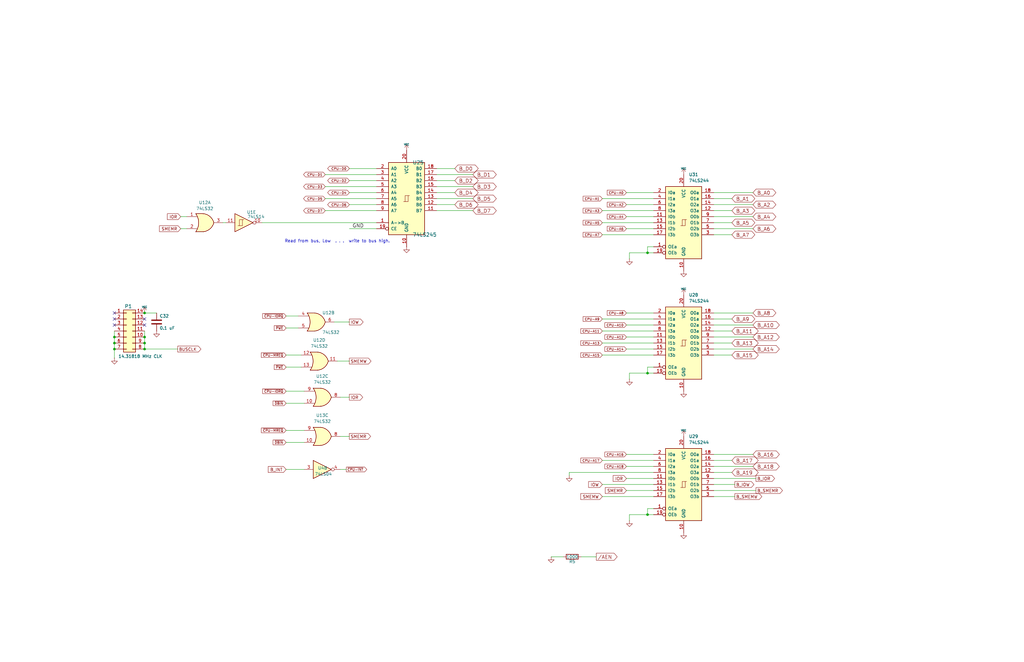
<source format=kicad_sch>
(kicad_sch
	(version 20231120)
	(generator "eeschema")
	(generator_version "8.0")
	(uuid "86711b3b-1535-4bc5-89de-0c3ad8a96919")
	(paper "B")
	(title_block
		(title "CortexPC")
		(date "2025-05-25")
		(rev "V0.5")
	)
	(lib_symbols
		(symbol "74xx:74LS04"
			(exclude_from_sim no)
			(in_bom yes)
			(on_board yes)
			(property "Reference" "U"
				(at 0 1.27 0)
				(effects
					(font
						(size 1.27 1.27)
					)
				)
			)
			(property "Value" "74LS04"
				(at 0 -1.27 0)
				(effects
					(font
						(size 1.27 1.27)
					)
				)
			)
			(property "Footprint" ""
				(at 0 0 0)
				(effects
					(font
						(size 1.27 1.27)
					)
					(hide yes)
				)
			)
			(property "Datasheet" "http://www.ti.com/lit/gpn/sn74LS04"
				(at 0 0 0)
				(effects
					(font
						(size 1.27 1.27)
					)
					(hide yes)
				)
			)
			(property "Description" "Hex Inverter"
				(at 0 0 0)
				(effects
					(font
						(size 1.27 1.27)
					)
					(hide yes)
				)
			)
			(property "ki_locked" ""
				(at 0 0 0)
				(effects
					(font
						(size 1.27 1.27)
					)
				)
			)
			(property "ki_keywords" "TTL not inv"
				(at 0 0 0)
				(effects
					(font
						(size 1.27 1.27)
					)
					(hide yes)
				)
			)
			(property "ki_fp_filters" "DIP*W7.62mm* SSOP?14* TSSOP?14*"
				(at 0 0 0)
				(effects
					(font
						(size 1.27 1.27)
					)
					(hide yes)
				)
			)
			(symbol "74LS04_1_0"
				(polyline
					(pts
						(xy -3.81 3.81) (xy -3.81 -3.81) (xy 3.81 0) (xy -3.81 3.81)
					)
					(stroke
						(width 0.254)
						(type default)
					)
					(fill
						(type background)
					)
				)
				(pin input line
					(at -7.62 0 0)
					(length 3.81)
					(name "~"
						(effects
							(font
								(size 1.27 1.27)
							)
						)
					)
					(number "1"
						(effects
							(font
								(size 1.27 1.27)
							)
						)
					)
				)
				(pin output inverted
					(at 7.62 0 180)
					(length 3.81)
					(name "~"
						(effects
							(font
								(size 1.27 1.27)
							)
						)
					)
					(number "2"
						(effects
							(font
								(size 1.27 1.27)
							)
						)
					)
				)
			)
			(symbol "74LS04_2_0"
				(polyline
					(pts
						(xy -3.81 3.81) (xy -3.81 -3.81) (xy 3.81 0) (xy -3.81 3.81)
					)
					(stroke
						(width 0.254)
						(type default)
					)
					(fill
						(type background)
					)
				)
				(pin input line
					(at -7.62 0 0)
					(length 3.81)
					(name "~"
						(effects
							(font
								(size 1.27 1.27)
							)
						)
					)
					(number "3"
						(effects
							(font
								(size 1.27 1.27)
							)
						)
					)
				)
				(pin output inverted
					(at 7.62 0 180)
					(length 3.81)
					(name "~"
						(effects
							(font
								(size 1.27 1.27)
							)
						)
					)
					(number "4"
						(effects
							(font
								(size 1.27 1.27)
							)
						)
					)
				)
			)
			(symbol "74LS04_3_0"
				(polyline
					(pts
						(xy -3.81 3.81) (xy -3.81 -3.81) (xy 3.81 0) (xy -3.81 3.81)
					)
					(stroke
						(width 0.254)
						(type default)
					)
					(fill
						(type background)
					)
				)
				(pin input line
					(at -7.62 0 0)
					(length 3.81)
					(name "~"
						(effects
							(font
								(size 1.27 1.27)
							)
						)
					)
					(number "5"
						(effects
							(font
								(size 1.27 1.27)
							)
						)
					)
				)
				(pin output inverted
					(at 7.62 0 180)
					(length 3.81)
					(name "~"
						(effects
							(font
								(size 1.27 1.27)
							)
						)
					)
					(number "6"
						(effects
							(font
								(size 1.27 1.27)
							)
						)
					)
				)
			)
			(symbol "74LS04_4_0"
				(polyline
					(pts
						(xy -3.81 3.81) (xy -3.81 -3.81) (xy 3.81 0) (xy -3.81 3.81)
					)
					(stroke
						(width 0.254)
						(type default)
					)
					(fill
						(type background)
					)
				)
				(pin output inverted
					(at 7.62 0 180)
					(length 3.81)
					(name "~"
						(effects
							(font
								(size 1.27 1.27)
							)
						)
					)
					(number "8"
						(effects
							(font
								(size 1.27 1.27)
							)
						)
					)
				)
				(pin input line
					(at -7.62 0 0)
					(length 3.81)
					(name "~"
						(effects
							(font
								(size 1.27 1.27)
							)
						)
					)
					(number "9"
						(effects
							(font
								(size 1.27 1.27)
							)
						)
					)
				)
			)
			(symbol "74LS04_5_0"
				(polyline
					(pts
						(xy -3.81 3.81) (xy -3.81 -3.81) (xy 3.81 0) (xy -3.81 3.81)
					)
					(stroke
						(width 0.254)
						(type default)
					)
					(fill
						(type background)
					)
				)
				(pin output inverted
					(at 7.62 0 180)
					(length 3.81)
					(name "~"
						(effects
							(font
								(size 1.27 1.27)
							)
						)
					)
					(number "10"
						(effects
							(font
								(size 1.27 1.27)
							)
						)
					)
				)
				(pin input line
					(at -7.62 0 0)
					(length 3.81)
					(name "~"
						(effects
							(font
								(size 1.27 1.27)
							)
						)
					)
					(number "11"
						(effects
							(font
								(size 1.27 1.27)
							)
						)
					)
				)
			)
			(symbol "74LS04_6_0"
				(polyline
					(pts
						(xy -3.81 3.81) (xy -3.81 -3.81) (xy 3.81 0) (xy -3.81 3.81)
					)
					(stroke
						(width 0.254)
						(type default)
					)
					(fill
						(type background)
					)
				)
				(pin output inverted
					(at 7.62 0 180)
					(length 3.81)
					(name "~"
						(effects
							(font
								(size 1.27 1.27)
							)
						)
					)
					(number "12"
						(effects
							(font
								(size 1.27 1.27)
							)
						)
					)
				)
				(pin input line
					(at -7.62 0 0)
					(length 3.81)
					(name "~"
						(effects
							(font
								(size 1.27 1.27)
							)
						)
					)
					(number "13"
						(effects
							(font
								(size 1.27 1.27)
							)
						)
					)
				)
			)
			(symbol "74LS04_7_0"
				(pin power_in line
					(at 0 12.7 270)
					(length 5.08)
					(name "VCC"
						(effects
							(font
								(size 1.27 1.27)
							)
						)
					)
					(number "14"
						(effects
							(font
								(size 1.27 1.27)
							)
						)
					)
				)
				(pin power_in line
					(at 0 -12.7 90)
					(length 5.08)
					(name "GND"
						(effects
							(font
								(size 1.27 1.27)
							)
						)
					)
					(number "7"
						(effects
							(font
								(size 1.27 1.27)
							)
						)
					)
				)
			)
			(symbol "74LS04_7_1"
				(rectangle
					(start -5.08 7.62)
					(end 5.08 -7.62)
					(stroke
						(width 0.254)
						(type default)
					)
					(fill
						(type background)
					)
				)
			)
		)
		(symbol "74xx:74LS14"
			(pin_names
				(offset 1.016)
			)
			(exclude_from_sim no)
			(in_bom yes)
			(on_board yes)
			(property "Reference" "U"
				(at 0 1.27 0)
				(effects
					(font
						(size 1.27 1.27)
					)
				)
			)
			(property "Value" "74LS14"
				(at 0 -1.27 0)
				(effects
					(font
						(size 1.27 1.27)
					)
				)
			)
			(property "Footprint" ""
				(at 0 0 0)
				(effects
					(font
						(size 1.27 1.27)
					)
					(hide yes)
				)
			)
			(property "Datasheet" "http://www.ti.com/lit/gpn/sn74LS14"
				(at 0 0 0)
				(effects
					(font
						(size 1.27 1.27)
					)
					(hide yes)
				)
			)
			(property "Description" "Hex inverter schmitt trigger"
				(at 0 0 0)
				(effects
					(font
						(size 1.27 1.27)
					)
					(hide yes)
				)
			)
			(property "ki_locked" ""
				(at 0 0 0)
				(effects
					(font
						(size 1.27 1.27)
					)
				)
			)
			(property "ki_keywords" "TTL not inverter"
				(at 0 0 0)
				(effects
					(font
						(size 1.27 1.27)
					)
					(hide yes)
				)
			)
			(property "ki_fp_filters" "DIP*W7.62mm*"
				(at 0 0 0)
				(effects
					(font
						(size 1.27 1.27)
					)
					(hide yes)
				)
			)
			(symbol "74LS14_1_0"
				(polyline
					(pts
						(xy -3.81 3.81) (xy -3.81 -3.81) (xy 3.81 0) (xy -3.81 3.81)
					)
					(stroke
						(width 0.254)
						(type default)
					)
					(fill
						(type background)
					)
				)
				(pin input line
					(at -7.62 0 0)
					(length 3.81)
					(name "~"
						(effects
							(font
								(size 1.27 1.27)
							)
						)
					)
					(number "1"
						(effects
							(font
								(size 1.27 1.27)
							)
						)
					)
				)
				(pin output inverted
					(at 7.62 0 180)
					(length 3.81)
					(name "~"
						(effects
							(font
								(size 1.27 1.27)
							)
						)
					)
					(number "2"
						(effects
							(font
								(size 1.27 1.27)
							)
						)
					)
				)
			)
			(symbol "74LS14_1_1"
				(polyline
					(pts
						(xy -1.905 -1.27) (xy -1.905 1.27) (xy -0.635 1.27)
					)
					(stroke
						(width 0)
						(type default)
					)
					(fill
						(type none)
					)
				)
				(polyline
					(pts
						(xy -2.54 -1.27) (xy -0.635 -1.27) (xy -0.635 1.27) (xy 0 1.27)
					)
					(stroke
						(width 0)
						(type default)
					)
					(fill
						(type none)
					)
				)
			)
			(symbol "74LS14_2_0"
				(polyline
					(pts
						(xy -3.81 3.81) (xy -3.81 -3.81) (xy 3.81 0) (xy -3.81 3.81)
					)
					(stroke
						(width 0.254)
						(type default)
					)
					(fill
						(type background)
					)
				)
				(pin input line
					(at -7.62 0 0)
					(length 3.81)
					(name "~"
						(effects
							(font
								(size 1.27 1.27)
							)
						)
					)
					(number "3"
						(effects
							(font
								(size 1.27 1.27)
							)
						)
					)
				)
				(pin output inverted
					(at 7.62 0 180)
					(length 3.81)
					(name "~"
						(effects
							(font
								(size 1.27 1.27)
							)
						)
					)
					(number "4"
						(effects
							(font
								(size 1.27 1.27)
							)
						)
					)
				)
			)
			(symbol "74LS14_2_1"
				(polyline
					(pts
						(xy -1.905 -1.27) (xy -1.905 1.27) (xy -0.635 1.27)
					)
					(stroke
						(width 0)
						(type default)
					)
					(fill
						(type none)
					)
				)
				(polyline
					(pts
						(xy -2.54 -1.27) (xy -0.635 -1.27) (xy -0.635 1.27) (xy 0 1.27)
					)
					(stroke
						(width 0)
						(type default)
					)
					(fill
						(type none)
					)
				)
			)
			(symbol "74LS14_3_0"
				(polyline
					(pts
						(xy -3.81 3.81) (xy -3.81 -3.81) (xy 3.81 0) (xy -3.81 3.81)
					)
					(stroke
						(width 0.254)
						(type default)
					)
					(fill
						(type background)
					)
				)
				(pin input line
					(at -7.62 0 0)
					(length 3.81)
					(name "~"
						(effects
							(font
								(size 1.27 1.27)
							)
						)
					)
					(number "5"
						(effects
							(font
								(size 1.27 1.27)
							)
						)
					)
				)
				(pin output inverted
					(at 7.62 0 180)
					(length 3.81)
					(name "~"
						(effects
							(font
								(size 1.27 1.27)
							)
						)
					)
					(number "6"
						(effects
							(font
								(size 1.27 1.27)
							)
						)
					)
				)
			)
			(symbol "74LS14_3_1"
				(polyline
					(pts
						(xy -1.905 -1.27) (xy -1.905 1.27) (xy -0.635 1.27)
					)
					(stroke
						(width 0)
						(type default)
					)
					(fill
						(type none)
					)
				)
				(polyline
					(pts
						(xy -2.54 -1.27) (xy -0.635 -1.27) (xy -0.635 1.27) (xy 0 1.27)
					)
					(stroke
						(width 0)
						(type default)
					)
					(fill
						(type none)
					)
				)
			)
			(symbol "74LS14_4_0"
				(polyline
					(pts
						(xy -3.81 3.81) (xy -3.81 -3.81) (xy 3.81 0) (xy -3.81 3.81)
					)
					(stroke
						(width 0.254)
						(type default)
					)
					(fill
						(type background)
					)
				)
				(pin output inverted
					(at 7.62 0 180)
					(length 3.81)
					(name "~"
						(effects
							(font
								(size 1.27 1.27)
							)
						)
					)
					(number "8"
						(effects
							(font
								(size 1.27 1.27)
							)
						)
					)
				)
				(pin input line
					(at -7.62 0 0)
					(length 3.81)
					(name "~"
						(effects
							(font
								(size 1.27 1.27)
							)
						)
					)
					(number "9"
						(effects
							(font
								(size 1.27 1.27)
							)
						)
					)
				)
			)
			(symbol "74LS14_4_1"
				(polyline
					(pts
						(xy -1.905 -1.27) (xy -1.905 1.27) (xy -0.635 1.27)
					)
					(stroke
						(width 0)
						(type default)
					)
					(fill
						(type none)
					)
				)
				(polyline
					(pts
						(xy -2.54 -1.27) (xy -0.635 -1.27) (xy -0.635 1.27) (xy 0 1.27)
					)
					(stroke
						(width 0)
						(type default)
					)
					(fill
						(type none)
					)
				)
			)
			(symbol "74LS14_5_0"
				(polyline
					(pts
						(xy -3.81 3.81) (xy -3.81 -3.81) (xy 3.81 0) (xy -3.81 3.81)
					)
					(stroke
						(width 0.254)
						(type default)
					)
					(fill
						(type background)
					)
				)
				(pin output inverted
					(at 7.62 0 180)
					(length 3.81)
					(name "~"
						(effects
							(font
								(size 1.27 1.27)
							)
						)
					)
					(number "10"
						(effects
							(font
								(size 1.27 1.27)
							)
						)
					)
				)
				(pin input line
					(at -7.62 0 0)
					(length 3.81)
					(name "~"
						(effects
							(font
								(size 1.27 1.27)
							)
						)
					)
					(number "11"
						(effects
							(font
								(size 1.27 1.27)
							)
						)
					)
				)
			)
			(symbol "74LS14_5_1"
				(polyline
					(pts
						(xy -1.905 -1.27) (xy -1.905 1.27) (xy -0.635 1.27)
					)
					(stroke
						(width 0)
						(type default)
					)
					(fill
						(type none)
					)
				)
				(polyline
					(pts
						(xy -2.54 -1.27) (xy -0.635 -1.27) (xy -0.635 1.27) (xy 0 1.27)
					)
					(stroke
						(width 0)
						(type default)
					)
					(fill
						(type none)
					)
				)
			)
			(symbol "74LS14_6_0"
				(polyline
					(pts
						(xy -3.81 3.81) (xy -3.81 -3.81) (xy 3.81 0) (xy -3.81 3.81)
					)
					(stroke
						(width 0.254)
						(type default)
					)
					(fill
						(type background)
					)
				)
				(pin output inverted
					(at 7.62 0 180)
					(length 3.81)
					(name "~"
						(effects
							(font
								(size 1.27 1.27)
							)
						)
					)
					(number "12"
						(effects
							(font
								(size 1.27 1.27)
							)
						)
					)
				)
				(pin input line
					(at -7.62 0 0)
					(length 3.81)
					(name "~"
						(effects
							(font
								(size 1.27 1.27)
							)
						)
					)
					(number "13"
						(effects
							(font
								(size 1.27 1.27)
							)
						)
					)
				)
			)
			(symbol "74LS14_6_1"
				(polyline
					(pts
						(xy -1.905 -1.27) (xy -1.905 1.27) (xy -0.635 1.27)
					)
					(stroke
						(width 0)
						(type default)
					)
					(fill
						(type none)
					)
				)
				(polyline
					(pts
						(xy -2.54 -1.27) (xy -0.635 -1.27) (xy -0.635 1.27) (xy 0 1.27)
					)
					(stroke
						(width 0)
						(type default)
					)
					(fill
						(type none)
					)
				)
			)
			(symbol "74LS14_7_0"
				(pin power_in line
					(at 0 12.7 270)
					(length 5.08)
					(name "VCC"
						(effects
							(font
								(size 1.27 1.27)
							)
						)
					)
					(number "14"
						(effects
							(font
								(size 1.27 1.27)
							)
						)
					)
				)
				(pin power_in line
					(at 0 -12.7 90)
					(length 5.08)
					(name "GND"
						(effects
							(font
								(size 1.27 1.27)
							)
						)
					)
					(number "7"
						(effects
							(font
								(size 1.27 1.27)
							)
						)
					)
				)
			)
			(symbol "74LS14_7_1"
				(rectangle
					(start -5.08 7.62)
					(end 5.08 -7.62)
					(stroke
						(width 0.254)
						(type default)
					)
					(fill
						(type background)
					)
				)
			)
		)
		(symbol "74xx:74LS244"
			(pin_names
				(offset 1.016)
			)
			(exclude_from_sim no)
			(in_bom yes)
			(on_board yes)
			(property "Reference" "U"
				(at -7.62 16.51 0)
				(effects
					(font
						(size 1.27 1.27)
					)
				)
			)
			(property "Value" "74LS244"
				(at -7.62 -16.51 0)
				(effects
					(font
						(size 1.27 1.27)
					)
				)
			)
			(property "Footprint" ""
				(at 0 0 0)
				(effects
					(font
						(size 1.27 1.27)
					)
					(hide yes)
				)
			)
			(property "Datasheet" "http://www.ti.com/lit/ds/symlink/sn74ls244.pdf"
				(at 0 0 0)
				(effects
					(font
						(size 1.27 1.27)
					)
					(hide yes)
				)
			)
			(property "Description" "Octal Buffer and Line Driver With 3-State Output, active-low enables, non-inverting outputs"
				(at 0 0 0)
				(effects
					(font
						(size 1.27 1.27)
					)
					(hide yes)
				)
			)
			(property "ki_keywords" "7400 logic ttl low power schottky"
				(at 0 0 0)
				(effects
					(font
						(size 1.27 1.27)
					)
					(hide yes)
				)
			)
			(property "ki_fp_filters" "DIP?20*"
				(at 0 0 0)
				(effects
					(font
						(size 1.27 1.27)
					)
					(hide yes)
				)
			)
			(symbol "74LS244_1_0"
				(polyline
					(pts
						(xy -0.635 -1.27) (xy -0.635 1.27) (xy 0.635 1.27)
					)
					(stroke
						(width 0)
						(type default)
					)
					(fill
						(type none)
					)
				)
				(polyline
					(pts
						(xy -1.27 -1.27) (xy 0.635 -1.27) (xy 0.635 1.27) (xy 1.27 1.27)
					)
					(stroke
						(width 0)
						(type default)
					)
					(fill
						(type none)
					)
				)
				(pin input inverted
					(at -12.7 -10.16 0)
					(length 5.08)
					(name "OEa"
						(effects
							(font
								(size 1.27 1.27)
							)
						)
					)
					(number "1"
						(effects
							(font
								(size 1.27 1.27)
							)
						)
					)
				)
				(pin power_in line
					(at 0 -20.32 90)
					(length 5.08)
					(name "GND"
						(effects
							(font
								(size 1.27 1.27)
							)
						)
					)
					(number "10"
						(effects
							(font
								(size 1.27 1.27)
							)
						)
					)
				)
				(pin input line
					(at -12.7 2.54 0)
					(length 5.08)
					(name "I0b"
						(effects
							(font
								(size 1.27 1.27)
							)
						)
					)
					(number "11"
						(effects
							(font
								(size 1.27 1.27)
							)
						)
					)
				)
				(pin tri_state line
					(at 12.7 5.08 180)
					(length 5.08)
					(name "O3a"
						(effects
							(font
								(size 1.27 1.27)
							)
						)
					)
					(number "12"
						(effects
							(font
								(size 1.27 1.27)
							)
						)
					)
				)
				(pin input line
					(at -12.7 0 0)
					(length 5.08)
					(name "I1b"
						(effects
							(font
								(size 1.27 1.27)
							)
						)
					)
					(number "13"
						(effects
							(font
								(size 1.27 1.27)
							)
						)
					)
				)
				(pin tri_state line
					(at 12.7 7.62 180)
					(length 5.08)
					(name "O2a"
						(effects
							(font
								(size 1.27 1.27)
							)
						)
					)
					(number "14"
						(effects
							(font
								(size 1.27 1.27)
							)
						)
					)
				)
				(pin input line
					(at -12.7 -2.54 0)
					(length 5.08)
					(name "I2b"
						(effects
							(font
								(size 1.27 1.27)
							)
						)
					)
					(number "15"
						(effects
							(font
								(size 1.27 1.27)
							)
						)
					)
				)
				(pin tri_state line
					(at 12.7 10.16 180)
					(length 5.08)
					(name "O1a"
						(effects
							(font
								(size 1.27 1.27)
							)
						)
					)
					(number "16"
						(effects
							(font
								(size 1.27 1.27)
							)
						)
					)
				)
				(pin input line
					(at -12.7 -5.08 0)
					(length 5.08)
					(name "I3b"
						(effects
							(font
								(size 1.27 1.27)
							)
						)
					)
					(number "17"
						(effects
							(font
								(size 1.27 1.27)
							)
						)
					)
				)
				(pin tri_state line
					(at 12.7 12.7 180)
					(length 5.08)
					(name "O0a"
						(effects
							(font
								(size 1.27 1.27)
							)
						)
					)
					(number "18"
						(effects
							(font
								(size 1.27 1.27)
							)
						)
					)
				)
				(pin input inverted
					(at -12.7 -12.7 0)
					(length 5.08)
					(name "OEb"
						(effects
							(font
								(size 1.27 1.27)
							)
						)
					)
					(number "19"
						(effects
							(font
								(size 1.27 1.27)
							)
						)
					)
				)
				(pin input line
					(at -12.7 12.7 0)
					(length 5.08)
					(name "I0a"
						(effects
							(font
								(size 1.27 1.27)
							)
						)
					)
					(number "2"
						(effects
							(font
								(size 1.27 1.27)
							)
						)
					)
				)
				(pin power_in line
					(at 0 20.32 270)
					(length 5.08)
					(name "VCC"
						(effects
							(font
								(size 1.27 1.27)
							)
						)
					)
					(number "20"
						(effects
							(font
								(size 1.27 1.27)
							)
						)
					)
				)
				(pin tri_state line
					(at 12.7 -5.08 180)
					(length 5.08)
					(name "O3b"
						(effects
							(font
								(size 1.27 1.27)
							)
						)
					)
					(number "3"
						(effects
							(font
								(size 1.27 1.27)
							)
						)
					)
				)
				(pin input line
					(at -12.7 10.16 0)
					(length 5.08)
					(name "I1a"
						(effects
							(font
								(size 1.27 1.27)
							)
						)
					)
					(number "4"
						(effects
							(font
								(size 1.27 1.27)
							)
						)
					)
				)
				(pin tri_state line
					(at 12.7 -2.54 180)
					(length 5.08)
					(name "O2b"
						(effects
							(font
								(size 1.27 1.27)
							)
						)
					)
					(number "5"
						(effects
							(font
								(size 1.27 1.27)
							)
						)
					)
				)
				(pin input line
					(at -12.7 7.62 0)
					(length 5.08)
					(name "I2a"
						(effects
							(font
								(size 1.27 1.27)
							)
						)
					)
					(number "6"
						(effects
							(font
								(size 1.27 1.27)
							)
						)
					)
				)
				(pin tri_state line
					(at 12.7 0 180)
					(length 5.08)
					(name "O1b"
						(effects
							(font
								(size 1.27 1.27)
							)
						)
					)
					(number "7"
						(effects
							(font
								(size 1.27 1.27)
							)
						)
					)
				)
				(pin input line
					(at -12.7 5.08 0)
					(length 5.08)
					(name "I3a"
						(effects
							(font
								(size 1.27 1.27)
							)
						)
					)
					(number "8"
						(effects
							(font
								(size 1.27 1.27)
							)
						)
					)
				)
				(pin tri_state line
					(at 12.7 2.54 180)
					(length 5.08)
					(name "O0b"
						(effects
							(font
								(size 1.27 1.27)
							)
						)
					)
					(number "9"
						(effects
							(font
								(size 1.27 1.27)
							)
						)
					)
				)
			)
			(symbol "74LS244_1_1"
				(rectangle
					(start -7.62 15.24)
					(end 7.62 -15.24)
					(stroke
						(width 0.254)
						(type default)
					)
					(fill
						(type background)
					)
				)
			)
		)
		(symbol "74xx:74LS245"
			(pin_names
				(offset 1.016)
			)
			(exclude_from_sim no)
			(in_bom yes)
			(on_board yes)
			(property "Reference" "U"
				(at -7.62 16.51 0)
				(effects
					(font
						(size 1.27 1.27)
					)
				)
			)
			(property "Value" "74LS245"
				(at -7.62 -16.51 0)
				(effects
					(font
						(size 1.27 1.27)
					)
				)
			)
			(property "Footprint" ""
				(at 0 0 0)
				(effects
					(font
						(size 1.27 1.27)
					)
					(hide yes)
				)
			)
			(property "Datasheet" "http://www.ti.com/lit/gpn/sn74LS245"
				(at 0 0 0)
				(effects
					(font
						(size 1.27 1.27)
					)
					(hide yes)
				)
			)
			(property "Description" "Octal BUS Transceivers, 3-State outputs"
				(at 0 0 0)
				(effects
					(font
						(size 1.27 1.27)
					)
					(hide yes)
				)
			)
			(property "ki_locked" ""
				(at 0 0 0)
				(effects
					(font
						(size 1.27 1.27)
					)
				)
			)
			(property "ki_keywords" "TTL BUS 3State"
				(at 0 0 0)
				(effects
					(font
						(size 1.27 1.27)
					)
					(hide yes)
				)
			)
			(property "ki_fp_filters" "DIP?20*"
				(at 0 0 0)
				(effects
					(font
						(size 1.27 1.27)
					)
					(hide yes)
				)
			)
			(symbol "74LS245_1_0"
				(polyline
					(pts
						(xy -0.635 -1.27) (xy -0.635 1.27) (xy 0.635 1.27)
					)
					(stroke
						(width 0)
						(type default)
					)
					(fill
						(type none)
					)
				)
				(polyline
					(pts
						(xy -1.27 -1.27) (xy 0.635 -1.27) (xy 0.635 1.27) (xy 1.27 1.27)
					)
					(stroke
						(width 0)
						(type default)
					)
					(fill
						(type none)
					)
				)
				(pin input line
					(at -12.7 -10.16 0)
					(length 5.08)
					(name "A->B"
						(effects
							(font
								(size 1.27 1.27)
							)
						)
					)
					(number "1"
						(effects
							(font
								(size 1.27 1.27)
							)
						)
					)
				)
				(pin power_in line
					(at 0 -20.32 90)
					(length 5.08)
					(name "GND"
						(effects
							(font
								(size 1.27 1.27)
							)
						)
					)
					(number "10"
						(effects
							(font
								(size 1.27 1.27)
							)
						)
					)
				)
				(pin tri_state line
					(at 12.7 -5.08 180)
					(length 5.08)
					(name "B7"
						(effects
							(font
								(size 1.27 1.27)
							)
						)
					)
					(number "11"
						(effects
							(font
								(size 1.27 1.27)
							)
						)
					)
				)
				(pin tri_state line
					(at 12.7 -2.54 180)
					(length 5.08)
					(name "B6"
						(effects
							(font
								(size 1.27 1.27)
							)
						)
					)
					(number "12"
						(effects
							(font
								(size 1.27 1.27)
							)
						)
					)
				)
				(pin tri_state line
					(at 12.7 0 180)
					(length 5.08)
					(name "B5"
						(effects
							(font
								(size 1.27 1.27)
							)
						)
					)
					(number "13"
						(effects
							(font
								(size 1.27 1.27)
							)
						)
					)
				)
				(pin tri_state line
					(at 12.7 2.54 180)
					(length 5.08)
					(name "B4"
						(effects
							(font
								(size 1.27 1.27)
							)
						)
					)
					(number "14"
						(effects
							(font
								(size 1.27 1.27)
							)
						)
					)
				)
				(pin tri_state line
					(at 12.7 5.08 180)
					(length 5.08)
					(name "B3"
						(effects
							(font
								(size 1.27 1.27)
							)
						)
					)
					(number "15"
						(effects
							(font
								(size 1.27 1.27)
							)
						)
					)
				)
				(pin tri_state line
					(at 12.7 7.62 180)
					(length 5.08)
					(name "B2"
						(effects
							(font
								(size 1.27 1.27)
							)
						)
					)
					(number "16"
						(effects
							(font
								(size 1.27 1.27)
							)
						)
					)
				)
				(pin tri_state line
					(at 12.7 10.16 180)
					(length 5.08)
					(name "B1"
						(effects
							(font
								(size 1.27 1.27)
							)
						)
					)
					(number "17"
						(effects
							(font
								(size 1.27 1.27)
							)
						)
					)
				)
				(pin tri_state line
					(at 12.7 12.7 180)
					(length 5.08)
					(name "B0"
						(effects
							(font
								(size 1.27 1.27)
							)
						)
					)
					(number "18"
						(effects
							(font
								(size 1.27 1.27)
							)
						)
					)
				)
				(pin input inverted
					(at -12.7 -12.7 0)
					(length 5.08)
					(name "CE"
						(effects
							(font
								(size 1.27 1.27)
							)
						)
					)
					(number "19"
						(effects
							(font
								(size 1.27 1.27)
							)
						)
					)
				)
				(pin tri_state line
					(at -12.7 12.7 0)
					(length 5.08)
					(name "A0"
						(effects
							(font
								(size 1.27 1.27)
							)
						)
					)
					(number "2"
						(effects
							(font
								(size 1.27 1.27)
							)
						)
					)
				)
				(pin power_in line
					(at 0 20.32 270)
					(length 5.08)
					(name "VCC"
						(effects
							(font
								(size 1.27 1.27)
							)
						)
					)
					(number "20"
						(effects
							(font
								(size 1.27 1.27)
							)
						)
					)
				)
				(pin tri_state line
					(at -12.7 10.16 0)
					(length 5.08)
					(name "A1"
						(effects
							(font
								(size 1.27 1.27)
							)
						)
					)
					(number "3"
						(effects
							(font
								(size 1.27 1.27)
							)
						)
					)
				)
				(pin tri_state line
					(at -12.7 7.62 0)
					(length 5.08)
					(name "A2"
						(effects
							(font
								(size 1.27 1.27)
							)
						)
					)
					(number "4"
						(effects
							(font
								(size 1.27 1.27)
							)
						)
					)
				)
				(pin tri_state line
					(at -12.7 5.08 0)
					(length 5.08)
					(name "A3"
						(effects
							(font
								(size 1.27 1.27)
							)
						)
					)
					(number "5"
						(effects
							(font
								(size 1.27 1.27)
							)
						)
					)
				)
				(pin tri_state line
					(at -12.7 2.54 0)
					(length 5.08)
					(name "A4"
						(effects
							(font
								(size 1.27 1.27)
							)
						)
					)
					(number "6"
						(effects
							(font
								(size 1.27 1.27)
							)
						)
					)
				)
				(pin tri_state line
					(at -12.7 0 0)
					(length 5.08)
					(name "A5"
						(effects
							(font
								(size 1.27 1.27)
							)
						)
					)
					(number "7"
						(effects
							(font
								(size 1.27 1.27)
							)
						)
					)
				)
				(pin tri_state line
					(at -12.7 -2.54 0)
					(length 5.08)
					(name "A6"
						(effects
							(font
								(size 1.27 1.27)
							)
						)
					)
					(number "8"
						(effects
							(font
								(size 1.27 1.27)
							)
						)
					)
				)
				(pin tri_state line
					(at -12.7 -5.08 0)
					(length 5.08)
					(name "A7"
						(effects
							(font
								(size 1.27 1.27)
							)
						)
					)
					(number "9"
						(effects
							(font
								(size 1.27 1.27)
							)
						)
					)
				)
			)
			(symbol "74LS245_1_1"
				(rectangle
					(start -7.62 15.24)
					(end 7.62 -15.24)
					(stroke
						(width 0.254)
						(type default)
					)
					(fill
						(type background)
					)
				)
			)
		)
		(symbol "74xx:74LS32"
			(pin_names
				(offset 1.016)
			)
			(exclude_from_sim no)
			(in_bom yes)
			(on_board yes)
			(property "Reference" "U"
				(at 0 1.27 0)
				(effects
					(font
						(size 1.27 1.27)
					)
				)
			)
			(property "Value" "74LS32"
				(at 0 -1.27 0)
				(effects
					(font
						(size 1.27 1.27)
					)
				)
			)
			(property "Footprint" ""
				(at 0 0 0)
				(effects
					(font
						(size 1.27 1.27)
					)
					(hide yes)
				)
			)
			(property "Datasheet" "http://www.ti.com/lit/gpn/sn74LS32"
				(at 0 0 0)
				(effects
					(font
						(size 1.27 1.27)
					)
					(hide yes)
				)
			)
			(property "Description" "Quad 2-input OR"
				(at 0 0 0)
				(effects
					(font
						(size 1.27 1.27)
					)
					(hide yes)
				)
			)
			(property "ki_locked" ""
				(at 0 0 0)
				(effects
					(font
						(size 1.27 1.27)
					)
				)
			)
			(property "ki_keywords" "TTL Or2"
				(at 0 0 0)
				(effects
					(font
						(size 1.27 1.27)
					)
					(hide yes)
				)
			)
			(property "ki_fp_filters" "DIP?14*"
				(at 0 0 0)
				(effects
					(font
						(size 1.27 1.27)
					)
					(hide yes)
				)
			)
			(symbol "74LS32_1_1"
				(arc
					(start -3.81 -3.81)
					(mid -2.589 0)
					(end -3.81 3.81)
					(stroke
						(width 0.254)
						(type default)
					)
					(fill
						(type none)
					)
				)
				(arc
					(start -0.6096 -3.81)
					(mid 2.1842 -2.5851)
					(end 3.81 0)
					(stroke
						(width 0.254)
						(type default)
					)
					(fill
						(type background)
					)
				)
				(polyline
					(pts
						(xy -3.81 -3.81) (xy -0.635 -3.81)
					)
					(stroke
						(width 0.254)
						(type default)
					)
					(fill
						(type background)
					)
				)
				(polyline
					(pts
						(xy -3.81 3.81) (xy -0.635 3.81)
					)
					(stroke
						(width 0.254)
						(type default)
					)
					(fill
						(type background)
					)
				)
				(polyline
					(pts
						(xy -0.635 3.81) (xy -3.81 3.81) (xy -3.81 3.81) (xy -3.556 3.4036) (xy -3.0226 2.2606) (xy -2.6924 1.0414)
						(xy -2.6162 -0.254) (xy -2.7686 -1.4986) (xy -3.175 -2.7178) (xy -3.81 -3.81) (xy -3.81 -3.81)
						(xy -0.635 -3.81)
					)
					(stroke
						(width -25.4)
						(type default)
					)
					(fill
						(type background)
					)
				)
				(arc
					(start 3.81 0)
					(mid 2.1915 2.5936)
					(end -0.6096 3.81)
					(stroke
						(width 0.254)
						(type default)
					)
					(fill
						(type background)
					)
				)
				(pin input line
					(at -7.62 2.54 0)
					(length 4.318)
					(name "~"
						(effects
							(font
								(size 1.27 1.27)
							)
						)
					)
					(number "1"
						(effects
							(font
								(size 1.27 1.27)
							)
						)
					)
				)
				(pin input line
					(at -7.62 -2.54 0)
					(length 4.318)
					(name "~"
						(effects
							(font
								(size 1.27 1.27)
							)
						)
					)
					(number "2"
						(effects
							(font
								(size 1.27 1.27)
							)
						)
					)
				)
				(pin output line
					(at 7.62 0 180)
					(length 3.81)
					(name "~"
						(effects
							(font
								(size 1.27 1.27)
							)
						)
					)
					(number "3"
						(effects
							(font
								(size 1.27 1.27)
							)
						)
					)
				)
			)
			(symbol "74LS32_1_2"
				(arc
					(start 0 -3.81)
					(mid 3.7934 0)
					(end 0 3.81)
					(stroke
						(width 0.254)
						(type default)
					)
					(fill
						(type background)
					)
				)
				(polyline
					(pts
						(xy 0 3.81) (xy -3.81 3.81) (xy -3.81 -3.81) (xy 0 -3.81)
					)
					(stroke
						(width 0.254)
						(type default)
					)
					(fill
						(type background)
					)
				)
				(pin input inverted
					(at -7.62 2.54 0)
					(length 3.81)
					(name "~"
						(effects
							(font
								(size 1.27 1.27)
							)
						)
					)
					(number "1"
						(effects
							(font
								(size 1.27 1.27)
							)
						)
					)
				)
				(pin input inverted
					(at -7.62 -2.54 0)
					(length 3.81)
					(name "~"
						(effects
							(font
								(size 1.27 1.27)
							)
						)
					)
					(number "2"
						(effects
							(font
								(size 1.27 1.27)
							)
						)
					)
				)
				(pin output inverted
					(at 7.62 0 180)
					(length 3.81)
					(name "~"
						(effects
							(font
								(size 1.27 1.27)
							)
						)
					)
					(number "3"
						(effects
							(font
								(size 1.27 1.27)
							)
						)
					)
				)
			)
			(symbol "74LS32_2_1"
				(arc
					(start -3.81 -3.81)
					(mid -2.589 0)
					(end -3.81 3.81)
					(stroke
						(width 0.254)
						(type default)
					)
					(fill
						(type none)
					)
				)
				(arc
					(start -0.6096 -3.81)
					(mid 2.1842 -2.5851)
					(end 3.81 0)
					(stroke
						(width 0.254)
						(type default)
					)
					(fill
						(type background)
					)
				)
				(polyline
					(pts
						(xy -3.81 -3.81) (xy -0.635 -3.81)
					)
					(stroke
						(width 0.254)
						(type default)
					)
					(fill
						(type background)
					)
				)
				(polyline
					(pts
						(xy -3.81 3.81) (xy -0.635 3.81)
					)
					(stroke
						(width 0.254)
						(type default)
					)
					(fill
						(type background)
					)
				)
				(polyline
					(pts
						(xy -0.635 3.81) (xy -3.81 3.81) (xy -3.81 3.81) (xy -3.556 3.4036) (xy -3.0226 2.2606) (xy -2.6924 1.0414)
						(xy -2.6162 -0.254) (xy -2.7686 -1.4986) (xy -3.175 -2.7178) (xy -3.81 -3.81) (xy -3.81 -3.81)
						(xy -0.635 -3.81)
					)
					(stroke
						(width -25.4)
						(type default)
					)
					(fill
						(type background)
					)
				)
				(arc
					(start 3.81 0)
					(mid 2.1915 2.5936)
					(end -0.6096 3.81)
					(stroke
						(width 0.254)
						(type default)
					)
					(fill
						(type background)
					)
				)
				(pin input line
					(at -7.62 2.54 0)
					(length 4.318)
					(name "~"
						(effects
							(font
								(size 1.27 1.27)
							)
						)
					)
					(number "4"
						(effects
							(font
								(size 1.27 1.27)
							)
						)
					)
				)
				(pin input line
					(at -7.62 -2.54 0)
					(length 4.318)
					(name "~"
						(effects
							(font
								(size 1.27 1.27)
							)
						)
					)
					(number "5"
						(effects
							(font
								(size 1.27 1.27)
							)
						)
					)
				)
				(pin output line
					(at 7.62 0 180)
					(length 3.81)
					(name "~"
						(effects
							(font
								(size 1.27 1.27)
							)
						)
					)
					(number "6"
						(effects
							(font
								(size 1.27 1.27)
							)
						)
					)
				)
			)
			(symbol "74LS32_2_2"
				(arc
					(start 0 -3.81)
					(mid 3.7934 0)
					(end 0 3.81)
					(stroke
						(width 0.254)
						(type default)
					)
					(fill
						(type background)
					)
				)
				(polyline
					(pts
						(xy 0 3.81) (xy -3.81 3.81) (xy -3.81 -3.81) (xy 0 -3.81)
					)
					(stroke
						(width 0.254)
						(type default)
					)
					(fill
						(type background)
					)
				)
				(pin input inverted
					(at -7.62 2.54 0)
					(length 3.81)
					(name "~"
						(effects
							(font
								(size 1.27 1.27)
							)
						)
					)
					(number "4"
						(effects
							(font
								(size 1.27 1.27)
							)
						)
					)
				)
				(pin input inverted
					(at -7.62 -2.54 0)
					(length 3.81)
					(name "~"
						(effects
							(font
								(size 1.27 1.27)
							)
						)
					)
					(number "5"
						(effects
							(font
								(size 1.27 1.27)
							)
						)
					)
				)
				(pin output inverted
					(at 7.62 0 180)
					(length 3.81)
					(name "~"
						(effects
							(font
								(size 1.27 1.27)
							)
						)
					)
					(number "6"
						(effects
							(font
								(size 1.27 1.27)
							)
						)
					)
				)
			)
			(symbol "74LS32_3_1"
				(arc
					(start -3.81 -3.81)
					(mid -2.589 0)
					(end -3.81 3.81)
					(stroke
						(width 0.254)
						(type default)
					)
					(fill
						(type none)
					)
				)
				(arc
					(start -0.6096 -3.81)
					(mid 2.1842 -2.5851)
					(end 3.81 0)
					(stroke
						(width 0.254)
						(type default)
					)
					(fill
						(type background)
					)
				)
				(polyline
					(pts
						(xy -3.81 -3.81) (xy -0.635 -3.81)
					)
					(stroke
						(width 0.254)
						(type default)
					)
					(fill
						(type background)
					)
				)
				(polyline
					(pts
						(xy -3.81 3.81) (xy -0.635 3.81)
					)
					(stroke
						(width 0.254)
						(type default)
					)
					(fill
						(type background)
					)
				)
				(polyline
					(pts
						(xy -0.635 3.81) (xy -3.81 3.81) (xy -3.81 3.81) (xy -3.556 3.4036) (xy -3.0226 2.2606) (xy -2.6924 1.0414)
						(xy -2.6162 -0.254) (xy -2.7686 -1.4986) (xy -3.175 -2.7178) (xy -3.81 -3.81) (xy -3.81 -3.81)
						(xy -0.635 -3.81)
					)
					(stroke
						(width -25.4)
						(type default)
					)
					(fill
						(type background)
					)
				)
				(arc
					(start 3.81 0)
					(mid 2.1915 2.5936)
					(end -0.6096 3.81)
					(stroke
						(width 0.254)
						(type default)
					)
					(fill
						(type background)
					)
				)
				(pin input line
					(at -7.62 -2.54 0)
					(length 4.318)
					(name "~"
						(effects
							(font
								(size 1.27 1.27)
							)
						)
					)
					(number "10"
						(effects
							(font
								(size 1.27 1.27)
							)
						)
					)
				)
				(pin output line
					(at 7.62 0 180)
					(length 3.81)
					(name "~"
						(effects
							(font
								(size 1.27 1.27)
							)
						)
					)
					(number "8"
						(effects
							(font
								(size 1.27 1.27)
							)
						)
					)
				)
				(pin input line
					(at -7.62 2.54 0)
					(length 4.318)
					(name "~"
						(effects
							(font
								(size 1.27 1.27)
							)
						)
					)
					(number "9"
						(effects
							(font
								(size 1.27 1.27)
							)
						)
					)
				)
			)
			(symbol "74LS32_3_2"
				(arc
					(start 0 -3.81)
					(mid 3.7934 0)
					(end 0 3.81)
					(stroke
						(width 0.254)
						(type default)
					)
					(fill
						(type background)
					)
				)
				(polyline
					(pts
						(xy 0 3.81) (xy -3.81 3.81) (xy -3.81 -3.81) (xy 0 -3.81)
					)
					(stroke
						(width 0.254)
						(type default)
					)
					(fill
						(type background)
					)
				)
				(pin input inverted
					(at -7.62 -2.54 0)
					(length 3.81)
					(name "~"
						(effects
							(font
								(size 1.27 1.27)
							)
						)
					)
					(number "10"
						(effects
							(font
								(size 1.27 1.27)
							)
						)
					)
				)
				(pin output inverted
					(at 7.62 0 180)
					(length 3.81)
					(name "~"
						(effects
							(font
								(size 1.27 1.27)
							)
						)
					)
					(number "8"
						(effects
							(font
								(size 1.27 1.27)
							)
						)
					)
				)
				(pin input inverted
					(at -7.62 2.54 0)
					(length 3.81)
					(name "~"
						(effects
							(font
								(size 1.27 1.27)
							)
						)
					)
					(number "9"
						(effects
							(font
								(size 1.27 1.27)
							)
						)
					)
				)
			)
			(symbol "74LS32_4_1"
				(arc
					(start -3.81 -3.81)
					(mid -2.589 0)
					(end -3.81 3.81)
					(stroke
						(width 0.254)
						(type default)
					)
					(fill
						(type none)
					)
				)
				(arc
					(start -0.6096 -3.81)
					(mid 2.1842 -2.5851)
					(end 3.81 0)
					(stroke
						(width 0.254)
						(type default)
					)
					(fill
						(type background)
					)
				)
				(polyline
					(pts
						(xy -3.81 -3.81) (xy -0.635 -3.81)
					)
					(stroke
						(width 0.254)
						(type default)
					)
					(fill
						(type background)
					)
				)
				(polyline
					(pts
						(xy -3.81 3.81) (xy -0.635 3.81)
					)
					(stroke
						(width 0.254)
						(type default)
					)
					(fill
						(type background)
					)
				)
				(polyline
					(pts
						(xy -0.635 3.81) (xy -3.81 3.81) (xy -3.81 3.81) (xy -3.556 3.4036) (xy -3.0226 2.2606) (xy -2.6924 1.0414)
						(xy -2.6162 -0.254) (xy -2.7686 -1.4986) (xy -3.175 -2.7178) (xy -3.81 -3.81) (xy -3.81 -3.81)
						(xy -0.635 -3.81)
					)
					(stroke
						(width -25.4)
						(type default)
					)
					(fill
						(type background)
					)
				)
				(arc
					(start 3.81 0)
					(mid 2.1915 2.5936)
					(end -0.6096 3.81)
					(stroke
						(width 0.254)
						(type default)
					)
					(fill
						(type background)
					)
				)
				(pin output line
					(at 7.62 0 180)
					(length 3.81)
					(name "~"
						(effects
							(font
								(size 1.27 1.27)
							)
						)
					)
					(number "11"
						(effects
							(font
								(size 1.27 1.27)
							)
						)
					)
				)
				(pin input line
					(at -7.62 2.54 0)
					(length 4.318)
					(name "~"
						(effects
							(font
								(size 1.27 1.27)
							)
						)
					)
					(number "12"
						(effects
							(font
								(size 1.27 1.27)
							)
						)
					)
				)
				(pin input line
					(at -7.62 -2.54 0)
					(length 4.318)
					(name "~"
						(effects
							(font
								(size 1.27 1.27)
							)
						)
					)
					(number "13"
						(effects
							(font
								(size 1.27 1.27)
							)
						)
					)
				)
			)
			(symbol "74LS32_4_2"
				(arc
					(start 0 -3.81)
					(mid 3.7934 0)
					(end 0 3.81)
					(stroke
						(width 0.254)
						(type default)
					)
					(fill
						(type background)
					)
				)
				(polyline
					(pts
						(xy 0 3.81) (xy -3.81 3.81) (xy -3.81 -3.81) (xy 0 -3.81)
					)
					(stroke
						(width 0.254)
						(type default)
					)
					(fill
						(type background)
					)
				)
				(pin output inverted
					(at 7.62 0 180)
					(length 3.81)
					(name "~"
						(effects
							(font
								(size 1.27 1.27)
							)
						)
					)
					(number "11"
						(effects
							(font
								(size 1.27 1.27)
							)
						)
					)
				)
				(pin input inverted
					(at -7.62 2.54 0)
					(length 3.81)
					(name "~"
						(effects
							(font
								(size 1.27 1.27)
							)
						)
					)
					(number "12"
						(effects
							(font
								(size 1.27 1.27)
							)
						)
					)
				)
				(pin input inverted
					(at -7.62 -2.54 0)
					(length 3.81)
					(name "~"
						(effects
							(font
								(size 1.27 1.27)
							)
						)
					)
					(number "13"
						(effects
							(font
								(size 1.27 1.27)
							)
						)
					)
				)
			)
			(symbol "74LS32_5_0"
				(pin power_in line
					(at 0 12.7 270)
					(length 5.08)
					(name "VCC"
						(effects
							(font
								(size 1.27 1.27)
							)
						)
					)
					(number "14"
						(effects
							(font
								(size 1.27 1.27)
							)
						)
					)
				)
				(pin power_in line
					(at 0 -12.7 90)
					(length 5.08)
					(name "GND"
						(effects
							(font
								(size 1.27 1.27)
							)
						)
					)
					(number "7"
						(effects
							(font
								(size 1.27 1.27)
							)
						)
					)
				)
			)
			(symbol "74LS32_5_1"
				(rectangle
					(start -5.08 7.62)
					(end 5.08 -7.62)
					(stroke
						(width 0.254)
						(type default)
					)
					(fill
						(type background)
					)
				)
			)
		)
		(symbol "Custom:CLK"
			(exclude_from_sim no)
			(in_bom yes)
			(on_board yes)
			(property "Reference" "U"
				(at 0 0 0)
				(effects
					(font
						(size 1.27 1.27)
					)
				)
			)
			(property "Value" ""
				(at 0 0 0)
				(effects
					(font
						(size 1.27 1.27)
					)
				)
			)
			(property "Footprint" ""
				(at 0 0 0)
				(effects
					(font
						(size 1.27 1.27)
					)
					(hide yes)
				)
			)
			(property "Datasheet" ""
				(at 0 0 0)
				(effects
					(font
						(size 1.27 1.27)
					)
					(hide yes)
				)
			)
			(property "Description" ""
				(at 0 0 0)
				(effects
					(font
						(size 1.27 1.27)
					)
					(hide yes)
				)
			)
			(symbol "CLK_1_1"
				(rectangle
					(start -2.54 -17.653)
					(end -1.27 -17.907)
					(stroke
						(width 0.1524)
						(type default)
					)
					(fill
						(type none)
					)
				)
				(rectangle
					(start -2.54 -15.113)
					(end -1.27 -15.367)
					(stroke
						(width 0.1524)
						(type default)
					)
					(fill
						(type none)
					)
				)
				(rectangle
					(start -2.54 -12.573)
					(end -1.27 -12.827)
					(stroke
						(width 0.1524)
						(type default)
					)
					(fill
						(type none)
					)
				)
				(rectangle
					(start -2.54 -10.033)
					(end -1.27 -10.287)
					(stroke
						(width 0.1524)
						(type default)
					)
					(fill
						(type none)
					)
				)
				(rectangle
					(start -2.54 -7.493)
					(end -1.27 -7.747)
					(stroke
						(width 0.1524)
						(type default)
					)
					(fill
						(type none)
					)
				)
				(rectangle
					(start -2.54 -4.953)
					(end -1.27 -5.207)
					(stroke
						(width 0.1524)
						(type default)
					)
					(fill
						(type none)
					)
				)
				(rectangle
					(start -2.54 -2.413)
					(end -1.27 -2.667)
					(stroke
						(width 0.1524)
						(type default)
					)
					(fill
						(type none)
					)
				)
				(rectangle
					(start -2.54 -1.27)
					(end 2.54 -19.05)
					(stroke
						(width 0.254)
						(type default)
					)
					(fill
						(type background)
					)
				)
				(rectangle
					(start 2.54 -17.653)
					(end 1.27 -17.907)
					(stroke
						(width 0.1524)
						(type default)
					)
					(fill
						(type none)
					)
				)
				(rectangle
					(start 2.54 -15.113)
					(end 1.27 -15.367)
					(stroke
						(width 0.1524)
						(type default)
					)
					(fill
						(type none)
					)
				)
				(rectangle
					(start 2.54 -12.573)
					(end 1.27 -12.827)
					(stroke
						(width 0.1524)
						(type default)
					)
					(fill
						(type none)
					)
				)
				(rectangle
					(start 2.54 -10.033)
					(end 1.27 -10.287)
					(stroke
						(width 0.1524)
						(type default)
					)
					(fill
						(type none)
					)
				)
				(rectangle
					(start 2.54 -7.493)
					(end 1.27 -7.747)
					(stroke
						(width 0.1524)
						(type default)
					)
					(fill
						(type none)
					)
				)
				(rectangle
					(start 2.54 -4.953)
					(end 1.27 -5.207)
					(stroke
						(width 0.1524)
						(type default)
					)
					(fill
						(type none)
					)
				)
				(rectangle
					(start 2.54 -2.413)
					(end 1.27 -2.667)
					(stroke
						(width 0.1524)
						(type default)
					)
					(fill
						(type none)
					)
				)
				(pin passive line
					(at -6.35 -2.54 0)
					(length 3.81)
					(name ""
						(effects
							(font
								(size 1.27 1.27)
							)
						)
					)
					(number "1"
						(effects
							(font
								(size 1.27 1.27)
							)
						)
					)
				)
				(pin passive line
					(at 6.35 -12.7 180)
					(length 3.81)
					(name ""
						(effects
							(font
								(size 1.27 1.27)
							)
						)
					)
					(number "10"
						(effects
							(font
								(size 1.27 1.27)
							)
						)
					)
				)
				(pin passive line
					(at 6.35 -10.16 180)
					(length 3.81)
					(name ""
						(effects
							(font
								(size 1.27 1.27)
							)
						)
					)
					(number "11"
						(effects
							(font
								(size 1.27 1.27)
							)
						)
					)
				)
				(pin passive line
					(at 6.35 -7.62 180)
					(length 3.81)
					(name ""
						(effects
							(font
								(size 1.27 1.27)
							)
						)
					)
					(number "12"
						(effects
							(font
								(size 1.27 1.27)
							)
						)
					)
				)
				(pin passive line
					(at 6.35 -5.08 180)
					(length 3.81)
					(name ""
						(effects
							(font
								(size 1.27 1.27)
							)
						)
					)
					(number "13"
						(effects
							(font
								(size 1.27 1.27)
							)
						)
					)
				)
				(pin passive line
					(at 6.35 -2.54 180)
					(length 3.81)
					(name ""
						(effects
							(font
								(size 1.27 1.27)
							)
						)
					)
					(number "14"
						(effects
							(font
								(size 1.27 1.27)
							)
						)
					)
				)
				(pin passive line
					(at -6.35 -5.08 0)
					(length 3.81)
					(name ""
						(effects
							(font
								(size 1.27 1.27)
							)
						)
					)
					(number "2"
						(effects
							(font
								(size 1.27 1.27)
							)
						)
					)
				)
				(pin passive line
					(at -6.35 -7.62 0)
					(length 3.81)
					(name ""
						(effects
							(font
								(size 1.27 1.27)
							)
						)
					)
					(number "3"
						(effects
							(font
								(size 1.27 1.27)
							)
						)
					)
				)
				(pin passive line
					(at -6.35 -10.16 0)
					(length 3.81)
					(name ""
						(effects
							(font
								(size 1.27 1.27)
							)
						)
					)
					(number "4"
						(effects
							(font
								(size 1.27 1.27)
							)
						)
					)
				)
				(pin passive line
					(at -6.35 -12.7 0)
					(length 3.81)
					(name ""
						(effects
							(font
								(size 1.27 1.27)
							)
						)
					)
					(number "5"
						(effects
							(font
								(size 1.27 1.27)
							)
						)
					)
				)
				(pin passive line
					(at -6.35 -15.24 0)
					(length 3.81)
					(name ""
						(effects
							(font
								(size 1.27 1.27)
							)
						)
					)
					(number "6"
						(effects
							(font
								(size 1.27 1.27)
							)
						)
					)
				)
				(pin passive line
					(at -6.35 -17.78 0)
					(length 3.81)
					(name ""
						(effects
							(font
								(size 1.27 1.27)
							)
						)
					)
					(number "7"
						(effects
							(font
								(size 1.27 1.27)
							)
						)
					)
				)
				(pin passive line
					(at 6.35 -17.78 180)
					(length 3.81)
					(name ""
						(effects
							(font
								(size 1.27 1.27)
							)
						)
					)
					(number "8"
						(effects
							(font
								(size 1.27 1.27)
							)
						)
					)
				)
				(pin passive line
					(at 6.35 -15.24 180)
					(length 3.81)
					(name ""
						(effects
							(font
								(size 1.27 1.27)
							)
						)
					)
					(number "9"
						(effects
							(font
								(size 1.27 1.27)
							)
						)
					)
				)
			)
		)
		(symbol "Device:C"
			(pin_numbers hide)
			(pin_names
				(offset 0.254)
			)
			(exclude_from_sim no)
			(in_bom yes)
			(on_board yes)
			(property "Reference" "C"
				(at 0.635 2.54 0)
				(effects
					(font
						(size 1.27 1.27)
					)
					(justify left)
				)
			)
			(property "Value" "C"
				(at 0.635 -2.54 0)
				(effects
					(font
						(size 1.27 1.27)
					)
					(justify left)
				)
			)
			(property "Footprint" ""
				(at 0.9652 -3.81 0)
				(effects
					(font
						(size 1.27 1.27)
					)
					(hide yes)
				)
			)
			(property "Datasheet" "~"
				(at 0 0 0)
				(effects
					(font
						(size 1.27 1.27)
					)
					(hide yes)
				)
			)
			(property "Description" "Unpolarized capacitor"
				(at 0 0 0)
				(effects
					(font
						(size 1.27 1.27)
					)
					(hide yes)
				)
			)
			(property "ki_keywords" "cap capacitor"
				(at 0 0 0)
				(effects
					(font
						(size 1.27 1.27)
					)
					(hide yes)
				)
			)
			(property "ki_fp_filters" "C_*"
				(at 0 0 0)
				(effects
					(font
						(size 1.27 1.27)
					)
					(hide yes)
				)
			)
			(symbol "C_0_1"
				(polyline
					(pts
						(xy -2.032 -0.762) (xy 2.032 -0.762)
					)
					(stroke
						(width 0.508)
						(type default)
					)
					(fill
						(type none)
					)
				)
				(polyline
					(pts
						(xy -2.032 0.762) (xy 2.032 0.762)
					)
					(stroke
						(width 0.508)
						(type default)
					)
					(fill
						(type none)
					)
				)
			)
			(symbol "C_1_1"
				(pin passive line
					(at 0 3.81 270)
					(length 2.794)
					(name "~"
						(effects
							(font
								(size 1.27 1.27)
							)
						)
					)
					(number "1"
						(effects
							(font
								(size 1.27 1.27)
							)
						)
					)
				)
				(pin passive line
					(at 0 -3.81 90)
					(length 2.794)
					(name "~"
						(effects
							(font
								(size 1.27 1.27)
							)
						)
					)
					(number "2"
						(effects
							(font
								(size 1.27 1.27)
							)
						)
					)
				)
			)
		)
		(symbol "Device:R"
			(pin_numbers hide)
			(pin_names
				(offset 0)
			)
			(exclude_from_sim no)
			(in_bom yes)
			(on_board yes)
			(property "Reference" "R"
				(at 2.032 0 90)
				(effects
					(font
						(size 1.27 1.27)
					)
				)
			)
			(property "Value" "R"
				(at 0 0 90)
				(effects
					(font
						(size 1.27 1.27)
					)
				)
			)
			(property "Footprint" ""
				(at -1.778 0 90)
				(effects
					(font
						(size 1.27 1.27)
					)
					(hide yes)
				)
			)
			(property "Datasheet" "~"
				(at 0 0 0)
				(effects
					(font
						(size 1.27 1.27)
					)
					(hide yes)
				)
			)
			(property "Description" "Resistor"
				(at 0 0 0)
				(effects
					(font
						(size 1.27 1.27)
					)
					(hide yes)
				)
			)
			(property "ki_keywords" "R res resistor"
				(at 0 0 0)
				(effects
					(font
						(size 1.27 1.27)
					)
					(hide yes)
				)
			)
			(property "ki_fp_filters" "R_*"
				(at 0 0 0)
				(effects
					(font
						(size 1.27 1.27)
					)
					(hide yes)
				)
			)
			(symbol "R_0_1"
				(rectangle
					(start -1.016 -2.54)
					(end 1.016 2.54)
					(stroke
						(width 0.254)
						(type default)
					)
					(fill
						(type none)
					)
				)
			)
			(symbol "R_1_1"
				(pin passive line
					(at 0 3.81 270)
					(length 1.27)
					(name "~"
						(effects
							(font
								(size 1.27 1.27)
							)
						)
					)
					(number "1"
						(effects
							(font
								(size 1.27 1.27)
							)
						)
					)
				)
				(pin passive line
					(at 0 -3.81 90)
					(length 1.27)
					(name "~"
						(effects
							(font
								(size 1.27 1.27)
							)
						)
					)
					(number "2"
						(effects
							(font
								(size 1.27 1.27)
							)
						)
					)
				)
			)
		)
		(symbol "power:GND"
			(power)
			(pin_numbers hide)
			(pin_names
				(offset 0) hide)
			(exclude_from_sim no)
			(in_bom yes)
			(on_board yes)
			(property "Reference" "#PWR"
				(at 0 -6.35 0)
				(effects
					(font
						(size 1.27 1.27)
					)
					(hide yes)
				)
			)
			(property "Value" "GND"
				(at 0 -3.81 0)
				(effects
					(font
						(size 1.27 1.27)
					)
				)
			)
			(property "Footprint" ""
				(at 0 0 0)
				(effects
					(font
						(size 1.27 1.27)
					)
					(hide yes)
				)
			)
			(property "Datasheet" ""
				(at 0 0 0)
				(effects
					(font
						(size 1.27 1.27)
					)
					(hide yes)
				)
			)
			(property "Description" "Power symbol creates a global label with name \"GND\" , ground"
				(at 0 0 0)
				(effects
					(font
						(size 1.27 1.27)
					)
					(hide yes)
				)
			)
			(property "ki_keywords" "global power"
				(at 0 0 0)
				(effects
					(font
						(size 1.27 1.27)
					)
					(hide yes)
				)
			)
			(symbol "GND_0_1"
				(polyline
					(pts
						(xy 0 0) (xy 0 -1.27) (xy 1.27 -1.27) (xy 0 -2.54) (xy -1.27 -1.27) (xy 0 -1.27)
					)
					(stroke
						(width 0)
						(type default)
					)
					(fill
						(type none)
					)
				)
			)
			(symbol "GND_1_1"
				(pin power_in line
					(at 0 0 270)
					(length 0)
					(name "~"
						(effects
							(font
								(size 1.27 1.27)
							)
						)
					)
					(number "1"
						(effects
							(font
								(size 1.27 1.27)
							)
						)
					)
				)
			)
		)
		(symbol "power:VCC"
			(power)
			(pin_numbers hide)
			(pin_names
				(offset 0) hide)
			(exclude_from_sim no)
			(in_bom yes)
			(on_board yes)
			(property "Reference" "#PWR"
				(at 0 -3.81 0)
				(effects
					(font
						(size 1.27 1.27)
					)
					(hide yes)
				)
			)
			(property "Value" "VCC"
				(at 0 3.556 0)
				(effects
					(font
						(size 1.27 1.27)
					)
				)
			)
			(property "Footprint" ""
				(at 0 0 0)
				(effects
					(font
						(size 1.27 1.27)
					)
					(hide yes)
				)
			)
			(property "Datasheet" ""
				(at 0 0 0)
				(effects
					(font
						(size 1.27 1.27)
					)
					(hide yes)
				)
			)
			(property "Description" "Power symbol creates a global label with name \"VCC\""
				(at 0 0 0)
				(effects
					(font
						(size 1.27 1.27)
					)
					(hide yes)
				)
			)
			(property "ki_keywords" "global power"
				(at 0 0 0)
				(effects
					(font
						(size 1.27 1.27)
					)
					(hide yes)
				)
			)
			(symbol "VCC_0_1"
				(polyline
					(pts
						(xy -0.762 1.27) (xy 0 2.54)
					)
					(stroke
						(width 0)
						(type default)
					)
					(fill
						(type none)
					)
				)
				(polyline
					(pts
						(xy 0 0) (xy 0 2.54)
					)
					(stroke
						(width 0)
						(type default)
					)
					(fill
						(type none)
					)
				)
				(polyline
					(pts
						(xy 0 2.54) (xy 0.762 1.27)
					)
					(stroke
						(width 0)
						(type default)
					)
					(fill
						(type none)
					)
				)
			)
			(symbol "VCC_1_1"
				(pin power_in line
					(at 0 0 90)
					(length 0)
					(name "~"
						(effects
							(font
								(size 1.27 1.27)
							)
						)
					)
					(number "1"
						(effects
							(font
								(size 1.27 1.27)
							)
						)
					)
				)
			)
		)
	)
	(junction
		(at 273.05 106.68)
		(diameter 0)
		(color 0 0 0 0)
		(uuid "1a6e98e7-9ad9-4dde-a2ed-2f3f819a784f")
	)
	(junction
		(at 273.05 157.48)
		(diameter 0)
		(color 0 0 0 0)
		(uuid "204978f8-f2b7-4c32-a85f-b11f9b5e8909")
	)
	(junction
		(at 48.26 144.78)
		(diameter 0)
		(color 0 0 0 0)
		(uuid "44b375f4-d0b0-439e-bb3f-b93115a6162d")
	)
	(junction
		(at 60.96 147.32)
		(diameter 0)
		(color 0 0 0 0)
		(uuid "56f41490-247d-4ec4-b22d-a46e5ed16c0e")
	)
	(junction
		(at 273.05 217.17)
		(diameter 0)
		(color 0 0 0 0)
		(uuid "79c19a15-45dc-4787-b80a-bf6ac420be91")
	)
	(junction
		(at 60.96 142.24)
		(diameter 0)
		(color 0 0 0 0)
		(uuid "7c695e4e-612b-44a9-822b-dd1f8ccc8639")
	)
	(junction
		(at 60.96 144.78)
		(diameter 0)
		(color 0 0 0 0)
		(uuid "8b0d0778-f1c4-4b72-bea5-f1985b3a9dff")
	)
	(junction
		(at 48.26 147.32)
		(diameter 0)
		(color 0 0 0 0)
		(uuid "8f4915d9-35ef-4eed-8a1e-d33e3ed849d1")
	)
	(junction
		(at 60.96 132.08)
		(diameter 0)
		(color 0 0 0 0)
		(uuid "a6db7646-bbca-4a9e-89a9-639a775ffaf6")
	)
	(junction
		(at 48.26 142.24)
		(diameter 0)
		(color 0 0 0 0)
		(uuid "f13e9786-a1cf-4640-a1a0-b58b70812f73")
	)
	(no_connect
		(at 48.26 134.62)
		(uuid "67273e97-2e02-446d-be9b-c52d8f1ad322")
	)
	(no_connect
		(at 60.96 134.62)
		(uuid "7a7c07da-a699-4372-b0c1-4d5abbe92889")
	)
	(no_connect
		(at 60.96 137.16)
		(uuid "a8cfa431-04af-479c-9249-862bbde6c709")
	)
	(no_connect
		(at 48.26 132.08)
		(uuid "eca376ec-e5bd-4816-9a1e-6b4473c8b25e")
	)
	(no_connect
		(at 48.26 137.16)
		(uuid "f520b1da-68c5-4ade-9f98-42fbaa029258")
	)
	(wire
		(pts
			(xy 66.04 132.08) (xy 60.96 132.08)
		)
		(stroke
			(width 0)
			(type default)
		)
		(uuid "004a2afe-30d3-4775-8477-68e2b540ecbb")
	)
	(wire
		(pts
			(xy 273.05 104.14) (xy 273.05 106.68)
		)
		(stroke
			(width 0)
			(type default)
		)
		(uuid "08c232ee-e06c-4ddc-9a6c-e9c70b760ee3")
	)
	(wire
		(pts
			(xy 143.51 198.12) (xy 146.05 198.12)
		)
		(stroke
			(width 0)
			(type default)
		)
		(uuid "094ac307-6ac8-4ed9-979d-9638bcc16116")
	)
	(wire
		(pts
			(xy 158.75 78.74) (xy 137.16 78.74)
		)
		(stroke
			(width 0)
			(type default)
		)
		(uuid "0a5069b7-1752-411c-baa8-baadf426d5b6")
	)
	(wire
		(pts
			(xy 300.99 194.31) (xy 308.61 194.31)
		)
		(stroke
			(width 0)
			(type default)
		)
		(uuid "0a6d3a6a-d159-404c-8edf-a25de6008fba")
	)
	(wire
		(pts
			(xy 265.43 106.68) (xy 273.05 106.68)
		)
		(stroke
			(width 0)
			(type default)
		)
		(uuid "0ccf373b-4e64-4647-a0ab-a1143b8da50e")
	)
	(wire
		(pts
			(xy 48.26 139.7) (xy 48.26 142.24)
		)
		(stroke
			(width 0)
			(type default)
		)
		(uuid "11a4f35e-dc8b-49b9-b9b6-345743455163")
	)
	(wire
		(pts
			(xy 300.99 144.78) (xy 308.61 144.78)
		)
		(stroke
			(width 0)
			(type default)
		)
		(uuid "11be9eb4-41f5-4d0a-a3b9-8c71a5b9744a")
	)
	(wire
		(pts
			(xy 300.99 139.7) (xy 308.61 139.7)
		)
		(stroke
			(width 0)
			(type default)
		)
		(uuid "12a05e05-fe7b-40b4-8786-b320a1173274")
	)
	(wire
		(pts
			(xy 110.49 93.98) (xy 158.75 93.98)
		)
		(stroke
			(width 0)
			(type default)
		)
		(uuid "12ca6ba9-9e59-4ae0-b7aa-dffe4b416ca8")
	)
	(wire
		(pts
			(xy 264.16 201.93) (xy 275.59 201.93)
		)
		(stroke
			(width 0)
			(type default)
		)
		(uuid "1306ae0c-a097-4add-a9d8-37caeccba114")
	)
	(wire
		(pts
			(xy 120.65 165.1) (xy 128.27 165.1)
		)
		(stroke
			(width 0)
			(type default)
		)
		(uuid "1357758a-e4c3-4f46-b406-cda502fb1709")
	)
	(wire
		(pts
			(xy 273.05 154.94) (xy 273.05 157.48)
		)
		(stroke
			(width 0)
			(type default)
		)
		(uuid "15264514-2cc8-45b5-8b98-cc26d91fb250")
	)
	(wire
		(pts
			(xy 264.16 86.36) (xy 275.59 86.36)
		)
		(stroke
			(width 0)
			(type default)
		)
		(uuid "161fccd4-0a51-4e04-a2ba-db15cb7dbfcd")
	)
	(wire
		(pts
			(xy 158.75 83.82) (xy 137.16 83.82)
		)
		(stroke
			(width 0)
			(type default)
		)
		(uuid "16c19422-04a9-44e6-9474-2246d1906e27")
	)
	(wire
		(pts
			(xy 254 83.82) (xy 275.59 83.82)
		)
		(stroke
			(width 0)
			(type default)
		)
		(uuid "18c16802-5fe9-48d8-befa-e91033a664af")
	)
	(wire
		(pts
			(xy 273.05 157.48) (xy 265.43 157.48)
		)
		(stroke
			(width 0)
			(type default)
		)
		(uuid "1c1765e8-f225-44a2-962f-cde09ccae2e7")
	)
	(wire
		(pts
			(xy 264.16 142.24) (xy 275.59 142.24)
		)
		(stroke
			(width 0)
			(type default)
		)
		(uuid "1fbfaf8c-6ddd-4526-bf16-9816a8fbdafb")
	)
	(wire
		(pts
			(xy 254 134.62) (xy 275.59 134.62)
		)
		(stroke
			(width 0)
			(type default)
		)
		(uuid "1fdfdda4-c0b8-4424-af54-bc69ff231216")
	)
	(wire
		(pts
			(xy 120.65 198.12) (xy 128.27 198.12)
		)
		(stroke
			(width 0)
			(type default)
		)
		(uuid "2223dfec-f8c8-4812-9eeb-f63b9bac34e8")
	)
	(wire
		(pts
			(xy 158.75 86.36) (xy 147.32 86.36)
		)
		(stroke
			(width 0)
			(type default)
		)
		(uuid "24da91ae-ebd7-4e4d-9b04-e1aefeb7ea27")
	)
	(wire
		(pts
			(xy 273.05 217.17) (xy 275.59 217.17)
		)
		(stroke
			(width 0)
			(type default)
		)
		(uuid "254f520f-cfc9-43a7-8183-89308d8fa993")
	)
	(wire
		(pts
			(xy 184.15 76.2) (xy 191.77 76.2)
		)
		(stroke
			(width 0)
			(type default)
		)
		(uuid "28ef574b-c634-4e33-9453-7c85de8ed643")
	)
	(wire
		(pts
			(xy 265.43 157.48) (xy 265.43 160.02)
		)
		(stroke
			(width 0)
			(type default)
		)
		(uuid "2d5a41c4-5c4e-4d58-9b47-f5f8816ddbe6")
	)
	(wire
		(pts
			(xy 245.11 234.95) (xy 251.46 234.95)
		)
		(stroke
			(width 0)
			(type default)
		)
		(uuid "2faa4777-b31f-49e9-aa99-a07fd4cd374e")
	)
	(wire
		(pts
			(xy 264.16 96.52) (xy 275.59 96.52)
		)
		(stroke
			(width 0)
			(type default)
		)
		(uuid "3501b8a5-b6cb-45da-9456-db58dda22d72")
	)
	(wire
		(pts
			(xy 254 209.55) (xy 275.59 209.55)
		)
		(stroke
			(width 0)
			(type default)
		)
		(uuid "35edde7a-e234-4bd6-b4f8-22556766feac")
	)
	(wire
		(pts
			(xy 191.77 81.28) (xy 184.15 81.28)
		)
		(stroke
			(width 0)
			(type default)
		)
		(uuid "39864b35-bf9e-4add-9a5a-d2d864c1ddee")
	)
	(wire
		(pts
			(xy 184.15 83.82) (xy 199.39 83.82)
		)
		(stroke
			(width 0)
			(type default)
		)
		(uuid "3a491535-2990-45df-bb29-59295ba1b5ad")
	)
	(wire
		(pts
			(xy 300.99 99.06) (xy 308.61 99.06)
		)
		(stroke
			(width 0)
			(type default)
		)
		(uuid "455a87ec-8f44-4c0f-96b4-4557c528ca2d")
	)
	(wire
		(pts
			(xy 76.2 91.44) (xy 78.74 91.44)
		)
		(stroke
			(width 0)
			(type default)
		)
		(uuid "457b8eb4-2871-4e8a-bdfe-200af3d7c1f5")
	)
	(wire
		(pts
			(xy 275.59 104.14) (xy 273.05 104.14)
		)
		(stroke
			(width 0)
			(type default)
		)
		(uuid "462a6fb7-9066-46e1-a371-7e42a7b4234a")
	)
	(wire
		(pts
			(xy 120.65 133.35) (xy 125.73 133.35)
		)
		(stroke
			(width 0)
			(type default)
		)
		(uuid "46c45028-c76c-4fb0-8a51-872e81a635c8")
	)
	(wire
		(pts
			(xy 158.75 81.28) (xy 147.32 81.28)
		)
		(stroke
			(width 0)
			(type default)
		)
		(uuid "473009ad-393f-4552-a874-08674e292f85")
	)
	(wire
		(pts
			(xy 273.05 214.63) (xy 273.05 217.17)
		)
		(stroke
			(width 0)
			(type default)
		)
		(uuid "4944b30b-615a-442b-a18d-ba3888bf80ad")
	)
	(wire
		(pts
			(xy 254 139.7) (xy 275.59 139.7)
		)
		(stroke
			(width 0)
			(type default)
		)
		(uuid "4b544329-5a8a-4a4f-af36-00597df59f71")
	)
	(wire
		(pts
			(xy 48.26 142.24) (xy 48.26 144.78)
		)
		(stroke
			(width 0)
			(type default)
		)
		(uuid "4cfaf566-b296-4523-8b46-fea4eba88c5b")
	)
	(wire
		(pts
			(xy 254 204.47) (xy 275.59 204.47)
		)
		(stroke
			(width 0)
			(type default)
		)
		(uuid "4d6962d4-9f59-445d-bc8e-b00b3a38aeb3")
	)
	(wire
		(pts
			(xy 120.65 149.86) (xy 127 149.86)
		)
		(stroke
			(width 0)
			(type default)
		)
		(uuid "5022a4fe-ad2e-4309-b835-bf0e95137d78")
	)
	(wire
		(pts
			(xy 264.16 132.08) (xy 275.59 132.08)
		)
		(stroke
			(width 0)
			(type default)
		)
		(uuid "50d660ba-ab02-41aa-a2ed-56ad027eae4d")
	)
	(wire
		(pts
			(xy 143.51 167.64) (xy 147.32 167.64)
		)
		(stroke
			(width 0)
			(type default)
		)
		(uuid "518474c1-872f-4b9f-ab64-d2b056d41d9c")
	)
	(wire
		(pts
			(xy 232.41 234.95) (xy 237.49 234.95)
		)
		(stroke
			(width 0)
			(type default)
		)
		(uuid "577b6ef2-8c4d-481d-befa-83fc5c8e3ea1")
	)
	(wire
		(pts
			(xy 142.24 152.4) (xy 147.32 152.4)
		)
		(stroke
			(width 0)
			(type default)
		)
		(uuid "5b0d08d9-93af-4c21-97c1-61777bb731f4")
	)
	(wire
		(pts
			(xy 120.65 154.94) (xy 127 154.94)
		)
		(stroke
			(width 0)
			(type default)
		)
		(uuid "5d463d34-9109-4c14-8a66-64e75e83ac85")
	)
	(wire
		(pts
			(xy 240.03 199.39) (xy 240.03 200.66)
		)
		(stroke
			(width 0)
			(type default)
		)
		(uuid "5e5d9ab2-8eac-4156-a75e-83fe5831f847")
	)
	(wire
		(pts
			(xy 300.99 81.28) (xy 317.5 81.28)
		)
		(stroke
			(width 0)
			(type default)
		)
		(uuid "604f8bb5-3bfc-4392-a4c3-2168395f6d2d")
	)
	(wire
		(pts
			(xy 300.99 201.93) (xy 318.77 201.93)
		)
		(stroke
			(width 0)
			(type default)
		)
		(uuid "6090b52a-312a-4778-994a-80aaf541c84b")
	)
	(wire
		(pts
			(xy 300.99 147.32) (xy 317.5 147.32)
		)
		(stroke
			(width 0)
			(type default)
		)
		(uuid "673b6f5f-12c8-454c-ae89-14e0e23d29ab")
	)
	(wire
		(pts
			(xy 300.99 204.47) (xy 309.88 204.47)
		)
		(stroke
			(width 0)
			(type default)
		)
		(uuid "67877f7b-2601-4468-9460-1a356774faf8")
	)
	(wire
		(pts
			(xy 120.65 138.43) (xy 125.73 138.43)
		)
		(stroke
			(width 0)
			(type default)
		)
		(uuid "6a5599b3-8d4c-4281-841b-8b256276206a")
	)
	(wire
		(pts
			(xy 265.43 219.71) (xy 265.43 217.17)
		)
		(stroke
			(width 0)
			(type default)
		)
		(uuid "6a6237c0-91d8-411d-8491-0519039b347d")
	)
	(wire
		(pts
			(xy 158.75 71.12) (xy 147.32 71.12)
		)
		(stroke
			(width 0)
			(type default)
		)
		(uuid "6b34fb8e-f968-45d9-808b-bd1aeaf3c99a")
	)
	(wire
		(pts
			(xy 264.16 196.85) (xy 275.59 196.85)
		)
		(stroke
			(width 0)
			(type default)
		)
		(uuid "6dcec245-d870-42f2-aaf4-e17c58ab9915")
	)
	(wire
		(pts
			(xy 93.98 93.98) (xy 95.25 93.98)
		)
		(stroke
			(width 0)
			(type default)
		)
		(uuid "7427a654-22f2-411b-bce2-d246076608a3")
	)
	(wire
		(pts
			(xy 317.5 96.52) (xy 300.99 96.52)
		)
		(stroke
			(width 0)
			(type default)
		)
		(uuid "7517be02-ae54-45b2-895a-f70eb54bd958")
	)
	(wire
		(pts
			(xy 264.16 191.77) (xy 275.59 191.77)
		)
		(stroke
			(width 0)
			(type default)
		)
		(uuid "78e2a034-0b47-421a-8ea1-372d9eacb003")
	)
	(wire
		(pts
			(xy 265.43 217.17) (xy 273.05 217.17)
		)
		(stroke
			(width 0)
			(type default)
		)
		(uuid "84963742-606d-4a39-945f-d36439e51538")
	)
	(wire
		(pts
			(xy 147.32 96.52) (xy 158.75 96.52)
		)
		(stroke
			(width 0)
			(type default)
		)
		(uuid "85597cd8-967a-4993-84dd-27a424001f39")
	)
	(wire
		(pts
			(xy 199.39 88.9) (xy 184.15 88.9)
		)
		(stroke
			(width 0)
			(type default)
		)
		(uuid "8becf28d-788f-475c-a793-6bef3210c720")
	)
	(wire
		(pts
			(xy 140.97 135.89) (xy 147.32 135.89)
		)
		(stroke
			(width 0)
			(type default)
		)
		(uuid "911b9b60-b269-4d4c-b604-e253c97f0f9f")
	)
	(wire
		(pts
			(xy 308.61 149.86) (xy 300.99 149.86)
		)
		(stroke
			(width 0)
			(type default)
		)
		(uuid "918cb44e-96c0-4260-9b17-2b02b4c10fb9")
	)
	(wire
		(pts
			(xy 300.99 207.01) (xy 318.77 207.01)
		)
		(stroke
			(width 0)
			(type default)
		)
		(uuid "929d51ef-92fc-4108-bdba-c6591643eb25")
	)
	(wire
		(pts
			(xy 275.59 157.48) (xy 273.05 157.48)
		)
		(stroke
			(width 0)
			(type default)
		)
		(uuid "94141efa-763a-4ba9-b672-ac78e4fc208a")
	)
	(wire
		(pts
			(xy 300.99 137.16) (xy 317.5 137.16)
		)
		(stroke
			(width 0)
			(type default)
		)
		(uuid "954ac16f-813f-42cc-b874-4f5804f9cc81")
	)
	(wire
		(pts
			(xy 308.61 88.9) (xy 300.99 88.9)
		)
		(stroke
			(width 0)
			(type default)
		)
		(uuid "97553c17-7df2-4f7c-9f9f-98d6213ca377")
	)
	(wire
		(pts
			(xy 254 93.98) (xy 275.59 93.98)
		)
		(stroke
			(width 0)
			(type default)
		)
		(uuid "97fc5e55-a401-407d-94b0-f0eccc282a79")
	)
	(wire
		(pts
			(xy 120.65 181.61) (xy 128.27 181.61)
		)
		(stroke
			(width 0)
			(type default)
		)
		(uuid "9e96a605-5af9-43a0-8b4d-6770d67da262")
	)
	(wire
		(pts
			(xy 254 88.9) (xy 275.59 88.9)
		)
		(stroke
			(width 0)
			(type default)
		)
		(uuid "9f427857-8adb-435b-b359-75b5dd39f218")
	)
	(wire
		(pts
			(xy 120.65 186.69) (xy 128.27 186.69)
		)
		(stroke
			(width 0)
			(type default)
		)
		(uuid "9f45be89-e139-457e-992e-c69e2659dbb6")
	)
	(wire
		(pts
			(xy 317.5 132.08) (xy 300.99 132.08)
		)
		(stroke
			(width 0)
			(type default)
		)
		(uuid "9f5054c1-8d05-4d4f-86e7-97a245ec650a")
	)
	(wire
		(pts
			(xy 60.96 144.78) (xy 60.96 147.32)
		)
		(stroke
			(width 0)
			(type default)
		)
		(uuid "a11463ed-4e72-4691-9368-077662eab929")
	)
	(wire
		(pts
			(xy 191.77 71.12) (xy 184.15 71.12)
		)
		(stroke
			(width 0)
			(type default)
		)
		(uuid "a206f150-2f32-4f4f-a139-3649398dc2dc")
	)
	(wire
		(pts
			(xy 264.16 81.28) (xy 275.59 81.28)
		)
		(stroke
			(width 0)
			(type default)
		)
		(uuid "a303008f-6129-490d-8a31-62b74c9ad9a9")
	)
	(wire
		(pts
			(xy 240.03 199.39) (xy 275.59 199.39)
		)
		(stroke
			(width 0)
			(type default)
		)
		(uuid "a99af862-e558-49bf-957f-76592b91e07f")
	)
	(wire
		(pts
			(xy 60.96 142.24) (xy 60.96 144.78)
		)
		(stroke
			(width 0)
			(type default)
		)
		(uuid "aa94319a-18eb-4c9c-aec4-4f5c9210c869")
	)
	(wire
		(pts
			(xy 48.26 144.78) (xy 48.26 147.32)
		)
		(stroke
			(width 0)
			(type default)
		)
		(uuid "ac6dc756-cb4a-4382-bc71-9be0d0c4dab1")
	)
	(wire
		(pts
			(xy 264.16 91.44) (xy 275.59 91.44)
		)
		(stroke
			(width 0)
			(type default)
		)
		(uuid "af7c2810-ad4c-45d9-b5a5-94d316daf6fb")
	)
	(wire
		(pts
			(xy 60.96 147.32) (xy 74.93 147.32)
		)
		(stroke
			(width 0)
			(type default)
		)
		(uuid "b02af07f-dffd-4449-9efd-339e27ee27d5")
	)
	(wire
		(pts
			(xy 265.43 109.22) (xy 265.43 106.68)
		)
		(stroke
			(width 0)
			(type default)
		)
		(uuid "b3395c10-7357-46d2-85b6-fff8fce20122")
	)
	(wire
		(pts
			(xy 300.99 209.55) (xy 309.88 209.55)
		)
		(stroke
			(width 0)
			(type default)
		)
		(uuid "b353f282-f190-46f3-9d5b-23c7318ce99c")
	)
	(wire
		(pts
			(xy 308.61 93.98) (xy 300.99 93.98)
		)
		(stroke
			(width 0)
			(type default)
		)
		(uuid "b5f9b7fc-f990-46f7-942e-f3a77361216d")
	)
	(wire
		(pts
			(xy 300.99 86.36) (xy 317.5 86.36)
		)
		(stroke
			(width 0)
			(type default)
		)
		(uuid "b6f6bbfd-e413-464e-b0cb-c76e682b9b3e")
	)
	(wire
		(pts
			(xy 317.5 91.44) (xy 300.99 91.44)
		)
		(stroke
			(width 0)
			(type default)
		)
		(uuid "b72db9f2-13d4-4cbc-8071-2f49ec31096d")
	)
	(wire
		(pts
			(xy 254 144.78) (xy 275.59 144.78)
		)
		(stroke
			(width 0)
			(type default)
		)
		(uuid "bb307322-006c-459b-b10a-0908041d5e8c")
	)
	(wire
		(pts
			(xy 199.39 78.74) (xy 184.15 78.74)
		)
		(stroke
			(width 0)
			(type default)
		)
		(uuid "bb7bd698-2c26-498e-9c76-9f51162687c9")
	)
	(wire
		(pts
			(xy 158.75 88.9) (xy 137.16 88.9)
		)
		(stroke
			(width 0)
			(type default)
		)
		(uuid "bce22c5a-98ee-48ca-b8df-d7cbee7c1dde")
	)
	(wire
		(pts
			(xy 308.61 134.62) (xy 300.99 134.62)
		)
		(stroke
			(width 0)
			(type default)
		)
		(uuid "c1485307-6a0f-4aa4-b3c4-76a3ccc16de9")
	)
	(wire
		(pts
			(xy 273.05 106.68) (xy 275.59 106.68)
		)
		(stroke
			(width 0)
			(type default)
		)
		(uuid "c638904f-76e5-4a5f-8fac-db5e5b5ce1d2")
	)
	(wire
		(pts
			(xy 199.39 73.66) (xy 184.15 73.66)
		)
		(stroke
			(width 0)
			(type default)
		)
		(uuid "ca2c46cf-1660-4b72-b7cc-ec83519572d2")
	)
	(wire
		(pts
			(xy 254 149.86) (xy 275.59 149.86)
		)
		(stroke
			(width 0)
			(type default)
		)
		(uuid "ca3fdb19-2ca1-4819-80a1-e5929eca4ebb")
	)
	(wire
		(pts
			(xy 158.75 76.2) (xy 147.32 76.2)
		)
		(stroke
			(width 0)
			(type default)
		)
		(uuid "cb880f78-09d1-459d-885d-0f7160835b5c")
	)
	(wire
		(pts
			(xy 317.5 142.24) (xy 300.99 142.24)
		)
		(stroke
			(width 0)
			(type default)
		)
		(uuid "cda636fc-94a6-4625-b7ec-29745e68d61f")
	)
	(wire
		(pts
			(xy 158.75 73.66) (xy 137.16 73.66)
		)
		(stroke
			(width 0)
			(type default)
		)
		(uuid "cfaceee5-c8bd-461c-9cb4-75fca246fbc4")
	)
	(wire
		(pts
			(xy 264.16 207.01) (xy 275.59 207.01)
		)
		(stroke
			(width 0)
			(type default)
		)
		(uuid "d0650931-03d4-498e-8a27-af099aaab409")
	)
	(wire
		(pts
			(xy 300.99 196.85) (xy 317.5 196.85)
		)
		(stroke
			(width 0)
			(type default)
		)
		(uuid "d9c5bed5-1e11-4151-b5e6-1e7ff477c064")
	)
	(wire
		(pts
			(xy 308.61 83.82) (xy 300.99 83.82)
		)
		(stroke
			(width 0)
			(type default)
		)
		(uuid "db63c642-ed9a-47be-bccd-468b22c27033")
	)
	(wire
		(pts
			(xy 191.77 86.36) (xy 184.15 86.36)
		)
		(stroke
			(width 0)
			(type default)
		)
		(uuid "dc971101-7916-40c5-b205-7a9d1e9bef49")
	)
	(wire
		(pts
			(xy 120.65 170.18) (xy 128.27 170.18)
		)
		(stroke
			(width 0)
			(type default)
		)
		(uuid "ddc1b109-d0d7-4d5d-9569-a3c30dfa5531")
	)
	(wire
		(pts
			(xy 308.61 199.39) (xy 300.99 199.39)
		)
		(stroke
			(width 0)
			(type default)
		)
		(uuid "e0c39ecc-7912-4109-83b6-d5e904fdca3b")
	)
	(wire
		(pts
			(xy 254 194.31) (xy 275.59 194.31)
		)
		(stroke
			(width 0)
			(type default)
		)
		(uuid "e2b0bf34-36a3-4cc3-af29-0506e1f7dcc4")
	)
	(wire
		(pts
			(xy 48.26 147.32) (xy 48.26 151.13)
		)
		(stroke
			(width 0)
			(type default)
		)
		(uuid "e60afa6a-fee4-4bba-818b-419382d0499d")
	)
	(wire
		(pts
			(xy 143.51 184.15) (xy 147.32 184.15)
		)
		(stroke
			(width 0)
			(type default)
		)
		(uuid "e787be93-c652-4b0b-8802-757f57738e9d")
	)
	(wire
		(pts
			(xy 264.16 137.16) (xy 275.59 137.16)
		)
		(stroke
			(width 0)
			(type default)
		)
		(uuid "e7908a36-1c4c-4ade-a661-0d3441fe4c3f")
	)
	(wire
		(pts
			(xy 264.16 147.32) (xy 275.59 147.32)
		)
		(stroke
			(width 0)
			(type default)
		)
		(uuid "eb358ed0-7f5e-4cc0-ad55-e00c2c7257c4")
	)
	(wire
		(pts
			(xy 275.59 154.94) (xy 273.05 154.94)
		)
		(stroke
			(width 0)
			(type default)
		)
		(uuid "eb7bc7df-eedf-4734-bb12-910dfa429206")
	)
	(wire
		(pts
			(xy 317.5 191.77) (xy 300.99 191.77)
		)
		(stroke
			(width 0)
			(type default)
		)
		(uuid "ef6b25ed-b9fd-42d2-b3c0-3399c0d6c29f")
	)
	(wire
		(pts
			(xy 60.96 139.7) (xy 60.96 142.24)
		)
		(stroke
			(width 0)
			(type default)
		)
		(uuid "f1023424-9861-4948-8b3f-3cfb392f7cf4")
	)
	(wire
		(pts
			(xy 275.59 214.63) (xy 273.05 214.63)
		)
		(stroke
			(width 0)
			(type default)
		)
		(uuid "f830f361-59bf-4fb5-ba0f-c33c786707b9")
	)
	(wire
		(pts
			(xy 254 99.06) (xy 275.59 99.06)
		)
		(stroke
			(width 0)
			(type default)
		)
		(uuid "f9b4f0d4-5d1a-4b84-80f2-25d0e01012c4")
	)
	(wire
		(pts
			(xy 76.2 96.52) (xy 78.74 96.52)
		)
		(stroke
			(width 0)
			(type default)
		)
		(uuid "fff8d31b-6231-4028-9c83-243b4fcc75ae")
	)
	(text "Read from bus, Low  . . .  write to bus high.\n"
		(exclude_from_sim no)
		(at 142.24 101.854 0)
		(effects
			(font
				(size 1.27 1.27)
			)
		)
		(uuid "b67fe129-faf3-470e-a104-2486f8ef5bac")
	)
	(label "GND"
		(at 148.59 96.52 0)
		(fields_autoplaced yes)
		(effects
			(font
				(size 1.524 1.524)
			)
			(justify left bottom)
		)
		(uuid "67d3a921-9e30-4c8d-8d46-76bc2a6dd01d")
	)
	(global_label "B_SMEMW"
		(shape output)
		(at 309.88 209.55 0)
		(fields_autoplaced yes)
		(effects
			(font
				(size 1.27 1.27)
			)
			(justify left)
		)
		(uuid "007614d7-44fa-40ce-b758-2c6c55960f99")
		(property "Intersheetrefs" "${INTERSHEET_REFS}"
			(at 321.1613 209.55 0)
			(effects
				(font
					(size 1.27 1.27)
				)
				(justify left)
				(hide yes)
			)
		)
	)
	(global_label "CPU-A9"
		(shape input)
		(at 254 134.62 180)
		(fields_autoplaced yes)
		(effects
			(font
				(size 1.016 1.016)
			)
			(justify right)
		)
		(uuid "01b0a628-94ba-4a63-866b-d0e1347dc56b")
		(property "Intersheetrefs" "${INTERSHEET_REFS}"
			(at 245.9479 134.5565 0)
			(effects
				(font
					(size 1.016 1.016)
				)
				(justify right)
				(hide yes)
			)
		)
	)
	(global_label "IOW"
		(shape input)
		(at 254 204.47 180)
		(fields_autoplaced yes)
		(effects
			(font
				(size 1.27 1.27)
			)
			(justify right)
		)
		(uuid "066076a2-14d4-4766-9f76-0a0fa3c1a184")
		(property "Intersheetrefs" "${INTERSHEET_REFS}"
			(at 248.2823 204.47 0)
			(effects
				(font
					(size 1.27 1.27)
				)
				(justify right)
				(hide yes)
			)
		)
	)
	(global_label "B_A10"
		(shape tri_state)
		(at 317.5 137.16 0)
		(effects
			(font
				(size 1.524 1.524)
			)
			(justify left)
		)
		(uuid "0b4a0c8f-53d7-405a-98ca-7d27e7d11968")
		(property "Intersheetrefs" "${INTERSHEET_REFS}"
			(at 317.5 137.16 0)
			(effects
				(font
					(size 1.27 1.27)
				)
				(hide yes)
			)
		)
	)
	(global_label "B_A12"
		(shape tri_state)
		(at 317.5 142.24 0)
		(effects
			(font
				(size 1.524 1.524)
			)
			(justify left)
		)
		(uuid "0f7d939e-8948-46a7-acf0-cd514545256e")
		(property "Intersheetrefs" "${INTERSHEET_REFS}"
			(at 317.5 142.24 0)
			(effects
				(font
					(size 1.27 1.27)
				)
				(hide yes)
			)
		)
	)
	(global_label "B_A11"
		(shape tri_state)
		(at 308.61 139.7 0)
		(effects
			(font
				(size 1.524 1.524)
			)
			(justify left)
		)
		(uuid "11b79f59-e6d9-40f9-8fca-fec4c8542c31")
		(property "Intersheetrefs" "${INTERSHEET_REFS}"
			(at 308.61 139.7 0)
			(effects
				(font
					(size 1.27 1.27)
				)
				(hide yes)
			)
		)
	)
	(global_label "B_D1"
		(shape bidirectional)
		(at 199.39 73.66 0)
		(effects
			(font
				(size 1.524 1.524)
			)
			(justify left)
		)
		(uuid "152e84ec-7a04-47bb-b3c9-1e3e2a98455c")
		(property "Intersheetrefs" "${INTERSHEET_REFS}"
			(at 199.39 73.66 0)
			(effects
				(font
					(size 1.27 1.27)
				)
				(hide yes)
			)
		)
	)
	(global_label "~{PWE}"
		(shape input)
		(at 120.65 138.43 180)
		(fields_autoplaced yes)
		(effects
			(font
				(size 1.016 1.016)
			)
			(justify right)
		)
		(uuid "16cadb12-c625-4289-9a02-a17a1ffe1764")
		(property "Intersheetrefs" "${INTERSHEET_REFS}"
			(at 115.689 138.43 0)
			(effects
				(font
					(size 1.016 1.016)
				)
				(justify right)
				(hide yes)
			)
		)
	)
	(global_label "CPU-A2"
		(shape input)
		(at 264.16 86.36 180)
		(fields_autoplaced yes)
		(effects
			(font
				(size 1.016 1.016)
			)
			(justify right)
		)
		(uuid "1842fb50-df15-4035-a52f-b838b50560b0")
		(property "Intersheetrefs" "${INTERSHEET_REFS}"
			(at 256.1079 86.2965 0)
			(effects
				(font
					(size 1.016 1.016)
				)
				(justify right)
				(hide yes)
			)
		)
	)
	(global_label "B_A19"
		(shape tri_state)
		(at 308.61 199.39 0)
		(effects
			(font
				(size 1.524 1.524)
			)
			(justify left)
		)
		(uuid "1dc301d7-6e09-4007-b94f-67954c18076f")
		(property "Intersheetrefs" "${INTERSHEET_REFS}"
			(at 308.61 199.39 0)
			(effects
				(font
					(size 1.27 1.27)
				)
				(hide yes)
			)
		)
	)
	(global_label "B_A6"
		(shape bidirectional)
		(at 317.5 96.52 0)
		(effects
			(font
				(size 1.524 1.524)
			)
			(justify left)
		)
		(uuid "1df02ec3-2984-4255-ab8e-95b9c1c22630")
		(property "Intersheetrefs" "${INTERSHEET_REFS}"
			(at 317.5 96.52 0)
			(effects
				(font
					(size 1.27 1.27)
				)
				(hide yes)
			)
		)
	)
	(global_label "SMEMW"
		(shape input)
		(at 254 209.55 180)
		(fields_autoplaced yes)
		(effects
			(font
				(size 1.27 1.27)
			)
			(justify right)
		)
		(uuid "1e917440-c1fb-4128-bb11-6c78d7e46f3f")
		(property "Intersheetrefs" "${INTERSHEET_REFS}"
			(at 244.9563 209.55 0)
			(effects
				(font
					(size 1.27 1.27)
				)
				(justify right)
				(hide yes)
			)
		)
	)
	(global_label "B_A13"
		(shape tri_state)
		(at 308.61 144.78 0)
		(effects
			(font
				(size 1.524 1.524)
			)
			(justify left)
		)
		(uuid "280564f8-b950-42b1-8321-63e2848a86b6")
		(property "Intersheetrefs" "${INTERSHEET_REFS}"
			(at 308.61 144.78 0)
			(effects
				(font
					(size 1.27 1.27)
				)
				(hide yes)
			)
		)
	)
	(global_label "B_A14"
		(shape tri_state)
		(at 317.5 147.32 0)
		(effects
			(font
				(size 1.524 1.524)
			)
			(justify left)
		)
		(uuid "2d4fdbfa-6a16-4c38-9371-6ad5194e3b07")
		(property "Intersheetrefs" "${INTERSHEET_REFS}"
			(at 317.5 147.32 0)
			(effects
				(font
					(size 1.27 1.27)
				)
				(hide yes)
			)
		)
	)
	(global_label "SMEMR"
		(shape input)
		(at 76.2 96.52 180)
		(fields_autoplaced yes)
		(effects
			(font
				(size 1.27 1.27)
			)
			(justify right)
		)
		(uuid "3039cfff-91a3-4a1d-bed4-e9ac4eea3ee4")
		(property "Intersheetrefs" "${INTERSHEET_REFS}"
			(at 67.3377 96.52 0)
			(effects
				(font
					(size 1.27 1.27)
				)
				(justify right)
				(hide yes)
			)
		)
	)
	(global_label "CPU-A0"
		(shape input)
		(at 264.16 81.28 180)
		(fields_autoplaced yes)
		(effects
			(font
				(size 1.016 1.016)
			)
			(justify right)
		)
		(uuid "3389f68e-0294-4b14-9acf-ea126eb55322")
		(property "Intersheetrefs" "${INTERSHEET_REFS}"
			(at 256.1079 81.2165 0)
			(effects
				(font
					(size 1.016 1.016)
				)
				(justify right)
				(hide yes)
			)
		)
	)
	(global_label "CPU-A4"
		(shape input)
		(at 264.16 91.44 180)
		(fields_autoplaced yes)
		(effects
			(font
				(size 1.016 1.016)
			)
			(justify right)
		)
		(uuid "3e5c6cae-f50b-4f65-9cb9-3359990b9a95")
		(property "Intersheetrefs" "${INTERSHEET_REFS}"
			(at 256.1079 91.3765 0)
			(effects
				(font
					(size 1.016 1.016)
				)
				(justify right)
				(hide yes)
			)
		)
	)
	(global_label "CPU-A16"
		(shape input)
		(at 264.16 191.77 180)
		(fields_autoplaced yes)
		(effects
			(font
				(size 1.016 1.016)
			)
			(justify right)
		)
		(uuid "403e2466-af72-4045-9705-fc5fcb69508e")
		(property "Intersheetrefs" "${INTERSHEET_REFS}"
			(at 255.1349 191.77 0)
			(effects
				(font
					(size 1.016 1.016)
				)
				(justify right)
				(hide yes)
			)
		)
	)
	(global_label "CPU-D6"
		(shape bidirectional)
		(at 147.32 86.36 180)
		(fields_autoplaced yes)
		(effects
			(font
				(size 1.016 1.016)
			)
			(justify right)
		)
		(uuid "44a21f1a-528d-4e5f-825a-2d5daaaea56f")
		(property "Intersheetrefs" "${INTERSHEET_REFS}"
			(at 389.89 -80.01 0)
			(effects
				(font
					(size 1.27 1.27)
				)
				(hide yes)
			)
		)
	)
	(global_label "~{CPU-MREQ}"
		(shape input)
		(at 120.65 149.86 180)
		(fields_autoplaced yes)
		(effects
			(font
				(size 1.016 1.016)
			)
			(justify right)
		)
		(uuid "4648ea2e-1055-44e6-873e-7b576e718841")
		(property "Intersheetrefs" "${INTERSHEET_REFS}"
			(at 110.2703 149.86 0)
			(effects
				(font
					(size 1.016 1.016)
				)
				(justify right)
				(hide yes)
			)
		)
	)
	(global_label "B_D4"
		(shape bidirectional)
		(at 191.77 81.28 0)
		(effects
			(font
				(size 1.524 1.524)
			)
			(justify left)
		)
		(uuid "4d2b7896-6652-41b5-9b4a-8f635b8d70d7")
		(property "Intersheetrefs" "${INTERSHEET_REFS}"
			(at 191.77 81.28 0)
			(effects
				(font
					(size 1.27 1.27)
				)
				(hide yes)
			)
		)
	)
	(global_label "CPU-D1"
		(shape bidirectional)
		(at 137.16 73.66 180)
		(fields_autoplaced yes)
		(effects
			(font
				(size 1.016 1.016)
			)
			(justify right)
		)
		(uuid "4e8e60cb-5c60-42d7-9b66-4cca79ee5ba8")
		(property "Intersheetrefs" "${INTERSHEET_REFS}"
			(at 379.73 -80.01 0)
			(effects
				(font
					(size 1.27 1.27)
				)
				(hide yes)
			)
		)
	)
	(global_label "B_A7"
		(shape bidirectional)
		(at 308.61 99.06 0)
		(effects
			(font
				(size 1.524 1.524)
			)
			(justify left)
		)
		(uuid "4f21d7c1-ce1e-4b3d-bc47-9d0b0fa1a5d1")
		(property "Intersheetrefs" "${INTERSHEET_REFS}"
			(at 308.61 99.06 0)
			(effects
				(font
					(size 1.27 1.27)
				)
				(hide yes)
			)
		)
	)
	(global_label "CPU-D2"
		(shape bidirectional)
		(at 147.32 76.2 180)
		(fields_autoplaced yes)
		(effects
			(font
				(size 1.016 1.016)
			)
			(justify right)
		)
		(uuid "566fec50-fa0f-4f53-9c8c-1e888edb8973")
		(property "Intersheetrefs" "${INTERSHEET_REFS}"
			(at 389.89 -80.01 0)
			(effects
				(font
					(size 1.27 1.27)
				)
				(hide yes)
			)
		)
	)
	(global_label "B_IOR"
		(shape output)
		(at 318.77 201.93 0)
		(fields_autoplaced yes)
		(effects
			(font
				(size 1.27 1.27)
			)
			(justify left)
		)
		(uuid "57394278-b1a5-49df-b17f-479a76dd38da")
		(property "Intersheetrefs" "${INTERSHEET_REFS}"
			(at 326.5439 201.93 0)
			(effects
				(font
					(size 1.27 1.27)
				)
				(justify left)
				(hide yes)
			)
		)
	)
	(global_label "B_IOW"
		(shape output)
		(at 309.88 204.47 0)
		(fields_autoplaced yes)
		(effects
			(font
				(size 1.27 1.27)
			)
			(justify left)
		)
		(uuid "5d556754-eb93-4cb8-bab9-1df980c0f0cb")
		(property "Intersheetrefs" "${INTERSHEET_REFS}"
			(at 317.8353 204.47 0)
			(effects
				(font
					(size 1.27 1.27)
				)
				(justify left)
				(hide yes)
			)
		)
	)
	(global_label "CPU-D5"
		(shape bidirectional)
		(at 137.16 83.82 180)
		(fields_autoplaced yes)
		(effects
			(font
				(size 1.016 1.016)
			)
			(justify right)
		)
		(uuid "5dcca182-0bc5-4ec9-af58-f5aa7bfdd403")
		(property "Intersheetrefs" "${INTERSHEET_REFS}"
			(at 379.73 -80.01 0)
			(effects
				(font
					(size 1.27 1.27)
				)
				(hide yes)
			)
		)
	)
	(global_label "~{CPU-IORQ}"
		(shape input)
		(at 120.65 133.35 180)
		(fields_autoplaced yes)
		(effects
			(font
				(size 1.016 1.016)
			)
			(justify right)
		)
		(uuid "5f2931b9-f99a-4d9f-83d4-0ea9263afc1e")
		(property "Intersheetrefs" "${INTERSHEET_REFS}"
			(at 110.8024 133.35 0)
			(effects
				(font
					(size 1.016 1.016)
				)
				(justify right)
				(hide yes)
			)
		)
	)
	(global_label "B_A15"
		(shape tri_state)
		(at 308.61 149.86 0)
		(effects
			(font
				(size 1.524 1.524)
			)
			(justify left)
		)
		(uuid "6358013c-fce5-4901-8c44-58b7fc25419e")
		(property "Intersheetrefs" "${INTERSHEET_REFS}"
			(at 308.61 149.86 0)
			(effects
				(font
					(size 1.27 1.27)
				)
				(hide yes)
			)
		)
	)
	(global_label "B_A3"
		(shape bidirectional)
		(at 308.61 88.9 0)
		(effects
			(font
				(size 1.524 1.524)
			)
			(justify left)
		)
		(uuid "661e7339-8274-47e7-82e7-6bc712164109")
		(property "Intersheetrefs" "${INTERSHEET_REFS}"
			(at 308.61 88.9 0)
			(effects
				(font
					(size 1.27 1.27)
				)
				(hide yes)
			)
		)
	)
	(global_label "B_A2"
		(shape bidirectional)
		(at 317.5 86.36 0)
		(effects
			(font
				(size 1.524 1.524)
			)
			(justify left)
		)
		(uuid "69fcb9fa-a75f-490f-a14e-eb578dc7ef0b")
		(property "Intersheetrefs" "${INTERSHEET_REFS}"
			(at 317.5 86.36 0)
			(effects
				(font
					(size 1.27 1.27)
				)
				(hide yes)
			)
		)
	)
	(global_label "B_A4"
		(shape bidirectional)
		(at 317.5 91.44 0)
		(effects
			(font
				(size 1.524 1.524)
			)
			(justify left)
		)
		(uuid "6d71d16d-b8c8-42a8-a409-daa5364fa532")
		(property "Intersheetrefs" "${INTERSHEET_REFS}"
			(at 317.5 91.44 0)
			(effects
				(font
					(size 1.27 1.27)
				)
				(hide yes)
			)
		)
	)
	(global_label "B_D5"
		(shape bidirectional)
		(at 199.39 83.82 0)
		(effects
			(font
				(size 1.524 1.524)
			)
			(justify left)
		)
		(uuid "7b73e2f3-b3a2-47ff-b0b2-8bbf7b4b9d17")
		(property "Intersheetrefs" "${INTERSHEET_REFS}"
			(at 199.39 83.82 0)
			(effects
				(font
					(size 1.27 1.27)
				)
				(hide yes)
			)
		)
	)
	(global_label "B_D7"
		(shape bidirectional)
		(at 199.39 88.9 0)
		(effects
			(font
				(size 1.524 1.524)
			)
			(justify left)
		)
		(uuid "7c121c5b-0c68-4684-8253-fa4c5a75583d")
		(property "Intersheetrefs" "${INTERSHEET_REFS}"
			(at 199.39 88.9 0)
			(effects
				(font
					(size 1.27 1.27)
				)
				(hide yes)
			)
		)
	)
	(global_label "~{CPU-MREQ}"
		(shape input)
		(at 120.65 181.61 180)
		(fields_autoplaced yes)
		(effects
			(font
				(size 1.016 1.016)
			)
			(justify right)
		)
		(uuid "7d91daa2-4b20-4e23-8287-6c69c74f0269")
		(property "Intersheetrefs" "${INTERSHEET_REFS}"
			(at 110.2703 181.61 0)
			(effects
				(font
					(size 1.016 1.016)
				)
				(justify right)
				(hide yes)
			)
		)
	)
	(global_label "IOW"
		(shape output)
		(at 147.32 135.89 0)
		(fields_autoplaced yes)
		(effects
			(font
				(size 1.27 1.27)
			)
			(justify left)
		)
		(uuid "81268de3-5d55-4a12-8476-c574a5141590")
		(property "Intersheetrefs" "${INTERSHEET_REFS}"
			(at 153.0377 135.89 0)
			(effects
				(font
					(size 1.27 1.27)
				)
				(justify left)
				(hide yes)
			)
		)
	)
	(global_label "CPU-A11"
		(shape input)
		(at 254 139.7 180)
		(fields_autoplaced yes)
		(effects
			(font
				(size 1.016 1.016)
			)
			(justify right)
		)
		(uuid "81ca10db-30c2-4cd4-bba9-9d832a72502e")
		(property "Intersheetrefs" "${INTERSHEET_REFS}"
			(at 244.9803 139.6365 0)
			(effects
				(font
					(size 1.016 1.016)
				)
				(justify right)
				(hide yes)
			)
		)
	)
	(global_label "SMEMW"
		(shape output)
		(at 147.32 152.4 0)
		(fields_autoplaced yes)
		(effects
			(font
				(size 1.27 1.27)
			)
			(justify left)
		)
		(uuid "901421cb-385e-4d15-b1d5-9531cadb29d6")
		(property "Intersheetrefs" "${INTERSHEET_REFS}"
			(at 156.3637 152.4 0)
			(effects
				(font
					(size 1.27 1.27)
				)
				(justify left)
				(hide yes)
			)
		)
	)
	(global_label "B_A16"
		(shape tri_state)
		(at 317.5 191.77 0)
		(effects
			(font
				(size 1.524 1.524)
			)
			(justify left)
		)
		(uuid "939b1798-e6a1-4e24-bd99-c5e2108a117f")
		(property "Intersheetrefs" "${INTERSHEET_REFS}"
			(at 317.5 191.77 0)
			(effects
				(font
					(size 1.27 1.27)
				)
				(hide yes)
			)
		)
	)
	(global_label "B_A8"
		(shape bidirectional)
		(at 317.5 132.08 0)
		(effects
			(font
				(size 1.524 1.524)
			)
			(justify left)
		)
		(uuid "93f2c3cb-0cea-4314-912f-02bc6bbe1218")
		(property "Intersheetrefs" "${INTERSHEET_REFS}"
			(at 317.5 132.08 0)
			(effects
				(font
					(size 1.27 1.27)
				)
				(hide yes)
			)
		)
	)
	(global_label "CPU-A1"
		(shape input)
		(at 254 83.82 180)
		(fields_autoplaced yes)
		(effects
			(font
				(size 1.016 1.016)
			)
			(justify right)
		)
		(uuid "95e5828b-fe6a-4c56-a0c1-770e64e9e8da")
		(property "Intersheetrefs" "${INTERSHEET_REFS}"
			(at 245.9479 83.7565 0)
			(effects
				(font
					(size 1.016 1.016)
				)
				(justify right)
				(hide yes)
			)
		)
	)
	(global_label "IOR"
		(shape input)
		(at 264.16 201.93 180)
		(fields_autoplaced yes)
		(effects
			(font
				(size 1.27 1.27)
			)
			(justify right)
		)
		(uuid "95f17c05-023e-4e77-b9d1-5b3840537005")
		(property "Intersheetrefs" "${INTERSHEET_REFS}"
			(at 258.6237 201.93 0)
			(effects
				(font
					(size 1.27 1.27)
				)
				(justify right)
				(hide yes)
			)
		)
	)
	(global_label "{slash}AEN"
		(shape output)
		(at 251.46 234.95 0)
		(fields_autoplaced yes)
		(effects
			(font
				(size 1.524 1.524)
			)
			(justify left)
		)
		(uuid "97a64fd8-216b-4b63-9aed-d41b759d5be5")
		(property "Intersheetrefs" "${INTERSHEET_REFS}"
			(at 260.1352 234.95 0)
			(effects
				(font
					(size 1.27 1.27)
				)
				(justify left)
				(hide yes)
			)
		)
	)
	(global_label "CPU-D4"
		(shape bidirectional)
		(at 147.32 81.28 180)
		(fields_autoplaced yes)
		(effects
			(font
				(size 1.016 1.016)
			)
			(justify right)
		)
		(uuid "9af59939-b133-4220-b8bd-98b2f8b46e38")
		(property "Intersheetrefs" "${INTERSHEET_REFS}"
			(at 389.89 -80.01 0)
			(effects
				(font
					(size 1.27 1.27)
				)
				(hide yes)
			)
		)
	)
	(global_label "~{DBIN}"
		(shape input)
		(at 120.65 186.69 180)
		(fields_autoplaced yes)
		(effects
			(font
				(size 1.016 1.016)
			)
			(justify right)
		)
		(uuid "9c5bfcd6-13a2-47fc-bda2-216834d7e76a")
		(property "Intersheetrefs" "${INTERSHEET_REFS}"
			(at 115.2051 186.69 0)
			(effects
				(font
					(size 1.016 1.016)
				)
				(justify right)
				(hide yes)
			)
		)
	)
	(global_label "CPU-D0"
		(shape bidirectional)
		(at 147.32 71.12 180)
		(fields_autoplaced yes)
		(effects
			(font
				(size 1.016 1.016)
			)
			(justify right)
		)
		(uuid "a0945c06-82a3-4fbf-a253-04cc9aa29512")
		(property "Intersheetrefs" "${INTERSHEET_REFS}"
			(at 389.89 -80.01 0)
			(effects
				(font
					(size 1.27 1.27)
				)
				(hide yes)
			)
		)
	)
	(global_label "CPU-A10"
		(shape input)
		(at 264.16 137.16 180)
		(fields_autoplaced yes)
		(effects
			(font
				(size 1.016 1.016)
			)
			(justify right)
		)
		(uuid "a1865887-9226-4a9e-b0e7-53c9be19a57f")
		(property "Intersheetrefs" "${INTERSHEET_REFS}"
			(at 255.1403 137.0965 0)
			(effects
				(font
					(size 1.016 1.016)
				)
				(justify right)
				(hide yes)
			)
		)
	)
	(global_label "B_A9"
		(shape tri_state)
		(at 308.61 134.62 0)
		(effects
			(font
				(size 1.524 1.524)
			)
			(justify left)
		)
		(uuid "a24ac34c-3dd6-4522-9612-88fe4295f80f")
		(property "Intersheetrefs" "${INTERSHEET_REFS}"
			(at 308.61 134.62 0)
			(effects
				(font
					(size 1.27 1.27)
				)
				(hide yes)
			)
		)
	)
	(global_label "CPU-A13"
		(shape input)
		(at 254 144.78 180)
		(fields_autoplaced yes)
		(effects
			(font
				(size 1.016 1.016)
			)
			(justify right)
		)
		(uuid "a349b8b6-03f1-4b03-9470-dbf69c683c81")
		(property "Intersheetrefs" "${INTERSHEET_REFS}"
			(at 244.9749 144.78 0)
			(effects
				(font
					(size 1.27 1.27)
				)
				(justify right)
				(hide yes)
			)
		)
	)
	(global_label "CPU-D7"
		(shape bidirectional)
		(at 137.16 88.9 180)
		(fields_autoplaced yes)
		(effects
			(font
				(size 1.016 1.016)
			)
			(justify right)
		)
		(uuid "a39966e7-d731-48bb-bdd4-3816ced29709")
		(property "Intersheetrefs" "${INTERSHEET_REFS}"
			(at 379.73 -80.01 0)
			(effects
				(font
					(size 1.27 1.27)
				)
				(hide yes)
			)
		)
	)
	(global_label "CPU-A12"
		(shape input)
		(at 264.16 142.24 180)
		(fields_autoplaced yes)
		(effects
			(font
				(size 1.016 1.016)
			)
			(justify right)
		)
		(uuid "a61fdbc5-1300-4529-9398-850d4880b834")
		(property "Intersheetrefs" "${INTERSHEET_REFS}"
			(at 255.1349 142.24 0)
			(effects
				(font
					(size 1.27 1.27)
				)
				(justify right)
				(hide yes)
			)
		)
	)
	(global_label "B_A5"
		(shape bidirectional)
		(at 308.61 93.98 0)
		(effects
			(font
				(size 1.524 1.524)
			)
			(justify left)
		)
		(uuid "a8ec8f52-b86a-4c35-b8c1-9f0ec45c78d4")
		(property "Intersheetrefs" "${INTERSHEET_REFS}"
			(at 308.61 93.98 0)
			(effects
				(font
					(size 1.27 1.27)
				)
				(hide yes)
			)
		)
	)
	(global_label "CPU-A3"
		(shape input)
		(at 254 88.9 180)
		(fields_autoplaced yes)
		(effects
			(font
				(size 1.016 1.016)
			)
			(justify right)
		)
		(uuid "a9f2787c-e349-4e80-a1fc-9355ec4ab762")
		(property "Intersheetrefs" "${INTERSHEET_REFS}"
			(at 245.9479 88.8365 0)
			(effects
				(font
					(size 1.016 1.016)
				)
				(justify right)
				(hide yes)
			)
		)
	)
	(global_label "CPU-A18"
		(shape input)
		(at 264.16 196.85 180)
		(fields_autoplaced yes)
		(effects
			(font
				(size 1.016 1.016)
			)
			(justify right)
		)
		(uuid "b07b89f6-e2d5-4001-8f84-c9138a0a7e30")
		(property "Intersheetrefs" "${INTERSHEET_REFS}"
			(at 255.1349 196.85 0)
			(effects
				(font
					(size 1.016 1.016)
				)
				(justify right)
				(hide yes)
			)
		)
	)
	(global_label "CPU-A14"
		(shape input)
		(at 264.16 147.32 180)
		(fields_autoplaced yes)
		(effects
			(font
				(size 1.016 1.016)
			)
			(justify right)
		)
		(uuid "b0869f20-17ef-4f84-8f2f-e8c314033339")
		(property "Intersheetrefs" "${INTERSHEET_REFS}"
			(at 255.1349 147.32 0)
			(effects
				(font
					(size 1.27 1.27)
				)
				(justify right)
				(hide yes)
			)
		)
	)
	(global_label "SMEMR"
		(shape input)
		(at 264.16 207.01 180)
		(fields_autoplaced yes)
		(effects
			(font
				(size 1.27 1.27)
			)
			(justify right)
		)
		(uuid "b0d59992-5669-4fbc-b051-6051d0fc3215")
		(property "Intersheetrefs" "${INTERSHEET_REFS}"
			(at 255.2977 207.01 0)
			(effects
				(font
					(size 1.27 1.27)
				)
				(justify right)
				(hide yes)
			)
		)
	)
	(global_label "B_D6"
		(shape bidirectional)
		(at 191.77 86.36 0)
		(effects
			(font
				(size 1.524 1.524)
			)
			(justify left)
		)
		(uuid "b3f53590-538a-4b22-93f0-26434ba7f7f7")
		(property "Intersheetrefs" "${INTERSHEET_REFS}"
			(at 191.77 86.36 0)
			(effects
				(font
					(size 1.27 1.27)
				)
				(hide yes)
			)
		)
	)
	(global_label "CPU-A17"
		(shape input)
		(at 254 194.31 180)
		(fields_autoplaced yes)
		(effects
			(font
				(size 1.016 1.016)
			)
			(justify right)
		)
		(uuid "b5d29661-2e2d-42af-ba06-9a10bc3e1430")
		(property "Intersheetrefs" "${INTERSHEET_REFS}"
			(at 244.9749 194.31 0)
			(effects
				(font
					(size 1.016 1.016)
				)
				(justify right)
				(hide yes)
			)
		)
	)
	(global_label "B_D2"
		(shape bidirectional)
		(at 191.77 76.2 0)
		(effects
			(font
				(size 1.524 1.524)
			)
			(justify left)
		)
		(uuid "b63473cc-a337-4fe6-b835-73abafb9ac63")
		(property "Intersheetrefs" "${INTERSHEET_REFS}"
			(at 191.77 76.2 0)
			(effects
				(font
					(size 1.27 1.27)
				)
				(hide yes)
			)
		)
	)
	(global_label "B_A18"
		(shape tri_state)
		(at 317.5 196.85 0)
		(effects
			(font
				(size 1.524 1.524)
			)
			(justify left)
		)
		(uuid "b8c2bab0-cd2f-42d8-8f22-debe343b2edb")
		(property "Intersheetrefs" "${INTERSHEET_REFS}"
			(at 317.5 196.85 0)
			(effects
				(font
					(size 1.27 1.27)
				)
				(hide yes)
			)
		)
	)
	(global_label "IOR"
		(shape input)
		(at 76.2 91.44 180)
		(fields_autoplaced yes)
		(effects
			(font
				(size 1.27 1.27)
			)
			(justify right)
		)
		(uuid "b9b56abd-7ce3-4b88-a7b4-4c37aed9a0d0")
		(property "Intersheetrefs" "${INTERSHEET_REFS}"
			(at 70.6637 91.44 0)
			(effects
				(font
					(size 1.27 1.27)
				)
				(justify right)
				(hide yes)
			)
		)
	)
	(global_label "CPU-A6"
		(shape input)
		(at 264.16 96.52 180)
		(fields_autoplaced yes)
		(effects
			(font
				(size 1.016 1.016)
			)
			(justify right)
		)
		(uuid "bb4b313f-9bd6-4c06-98c9-a3996773b181")
		(property "Intersheetrefs" "${INTERSHEET_REFS}"
			(at 256.1079 96.4565 0)
			(effects
				(font
					(size 1.016 1.016)
				)
				(justify right)
				(hide yes)
			)
		)
	)
	(global_label "CPU-A15"
		(shape input)
		(at 254 149.86 180)
		(fields_autoplaced yes)
		(effects
			(font
				(size 1.016 1.016)
			)
			(justify right)
		)
		(uuid "bef57cf9-1ac0-4d86-84e6-b86894c857c5")
		(property "Intersheetrefs" "${INTERSHEET_REFS}"
			(at 244.9749 149.86 0)
			(effects
				(font
					(size 1.27 1.27)
				)
				(justify right)
				(hide yes)
			)
		)
	)
	(global_label "CPU-A5"
		(shape input)
		(at 254 93.98 180)
		(fields_autoplaced yes)
		(effects
			(font
				(size 1.016 1.016)
			)
			(justify right)
		)
		(uuid "bfadfb97-e810-43e8-a8a7-c492aed9103a")
		(property "Intersheetrefs" "${INTERSHEET_REFS}"
			(at 245.9479 93.9165 0)
			(effects
				(font
					(size 1.016 1.016)
				)
				(justify right)
				(hide yes)
			)
		)
	)
	(global_label "B_A1"
		(shape bidirectional)
		(at 308.61 83.82 0)
		(effects
			(font
				(size 1.524 1.524)
			)
			(justify left)
		)
		(uuid "c3a1f905-470a-428e-96c9-af500554cf39")
		(property "Intersheetrefs" "${INTERSHEET_REFS}"
			(at 308.61 83.82 0)
			(effects
				(font
					(size 1.27 1.27)
				)
				(hide yes)
			)
		)
	)
	(global_label "B_A0"
		(shape bidirectional)
		(at 317.5 81.28 0)
		(effects
			(font
				(size 1.524 1.524)
			)
			(justify left)
		)
		(uuid "c524c333-c5e2-4578-85f2-fc7b848f1e6c")
		(property "Intersheetrefs" "${INTERSHEET_REFS}"
			(at 317.5 81.28 0)
			(effects
				(font
					(size 1.27 1.27)
				)
				(hide yes)
			)
		)
	)
	(global_label "CPU-A8"
		(shape input)
		(at 264.16 132.08 180)
		(fields_autoplaced yes)
		(effects
			(font
				(size 1.016 1.016)
			)
			(justify right)
		)
		(uuid "c80dcfd7-8230-4436-82c9-08d1543b96d0")
		(property "Intersheetrefs" "${INTERSHEET_REFS}"
			(at 256.1079 132.0165 0)
			(effects
				(font
					(size 1.016 1.016)
				)
				(justify right)
				(hide yes)
			)
		)
	)
	(global_label "CPU-D3"
		(shape bidirectional)
		(at 137.16 78.74 180)
		(fields_autoplaced yes)
		(effects
			(font
				(size 1.016 1.016)
			)
			(justify right)
		)
		(uuid "c97cf682-e77f-4d92-9e8e-b606045cf26e")
		(property "Intersheetrefs" "${INTERSHEET_REFS}"
			(at 379.73 -80.01 0)
			(effects
				(font
					(size 1.27 1.27)
				)
				(hide yes)
			)
		)
	)
	(global_label "B_A17"
		(shape tri_state)
		(at 308.61 194.31 0)
		(effects
			(font
				(size 1.524 1.524)
			)
			(justify left)
		)
		(uuid "ca53ec2d-89d6-4adc-a645-fba3c09ab2e2")
		(property "Intersheetrefs" "${INTERSHEET_REFS}"
			(at 308.61 194.31 0)
			(effects
				(font
					(size 1.27 1.27)
				)
				(hide yes)
			)
		)
	)
	(global_label "B_SMEMR"
		(shape output)
		(at 318.77 207.01 0)
		(fields_autoplaced yes)
		(effects
			(font
				(size 1.27 1.27)
			)
			(justify left)
		)
		(uuid "d1c9f352-930a-490c-a845-671189acd971")
		(property "Intersheetrefs" "${INTERSHEET_REFS}"
			(at 329.8699 207.01 0)
			(effects
				(font
					(size 1.27 1.27)
				)
				(justify left)
				(hide yes)
			)
		)
	)
	(global_label "~{PWE}"
		(shape input)
		(at 120.65 154.94 180)
		(fields_autoplaced yes)
		(effects
			(font
				(size 1.016 1.016)
			)
			(justify right)
		)
		(uuid "d1ceaad0-0d15-49e6-a418-2209f7d27e08")
		(property "Intersheetrefs" "${INTERSHEET_REFS}"
			(at 115.689 154.94 0)
			(effects
				(font
					(size 1.016 1.016)
				)
				(justify right)
				(hide yes)
			)
		)
	)
	(global_label "B_D0"
		(shape bidirectional)
		(at 191.77 71.12 0)
		(effects
			(font
				(size 1.524 1.524)
			)
			(justify left)
		)
		(uuid "d77279f1-2c06-4f54-8ae5-9b36fefa5bb2")
		(property "Intersheetrefs" "${INTERSHEET_REFS}"
			(at 191.77 71.12 0)
			(effects
				(font
					(size 1.27 1.27)
				)
				(hide yes)
			)
		)
	)
	(global_label "CPU-A7"
		(shape input)
		(at 254 99.06 180)
		(fields_autoplaced yes)
		(effects
			(font
				(size 1.016 1.016)
			)
			(justify right)
		)
		(uuid "dba14e7e-7415-45c6-a77e-98221082abd0")
		(property "Intersheetrefs" "${INTERSHEET_REFS}"
			(at 245.9479 98.9965 0)
			(effects
				(font
					(size 1.016 1.016)
				)
				(justify right)
				(hide yes)
			)
		)
	)
	(global_label "~{DBIN}"
		(shape input)
		(at 120.65 170.18 180)
		(fields_autoplaced yes)
		(effects
			(font
				(size 1.016 1.016)
			)
			(justify right)
		)
		(uuid "e37bff23-fd83-45a9-a889-9038b5010076")
		(property "Intersheetrefs" "${INTERSHEET_REFS}"
			(at 115.2051 170.18 0)
			(effects
				(font
					(size 1.016 1.016)
				)
				(justify right)
				(hide yes)
			)
		)
	)
	(global_label "~{CPU-IORQ}"
		(shape input)
		(at 120.65 165.1 180)
		(fields_autoplaced yes)
		(effects
			(font
				(size 1.016 1.016)
			)
			(justify right)
		)
		(uuid "e6e5e75f-6623-42a5-9642-fc791788b091")
		(property "Intersheetrefs" "${INTERSHEET_REFS}"
			(at 110.8024 165.1 0)
			(effects
				(font
					(size 1.016 1.016)
				)
				(justify right)
				(hide yes)
			)
		)
	)
	(global_label "SMEMR"
		(shape output)
		(at 147.32 184.15 0)
		(fields_autoplaced yes)
		(effects
			(font
				(size 1.27 1.27)
			)
			(justify left)
		)
		(uuid "ed5512a7-17c3-438e-b956-ed43606615d9")
		(property "Intersheetrefs" "${INTERSHEET_REFS}"
			(at 156.1823 184.15 0)
			(effects
				(font
					(size 1.27 1.27)
				)
				(justify left)
				(hide yes)
			)
		)
	)
	(global_label "BUSCLK"
		(shape output)
		(at 74.93 147.32 0)
		(fields_autoplaced yes)
		(effects
			(font
				(size 1.27 1.27)
			)
			(justify left)
		)
		(uuid "eda775c6-dd77-4376-8cf8-0a66defa2987")
		(property "Intersheetrefs" "${INTERSHEET_REFS}"
			(at 84.6391 147.32 0)
			(effects
				(font
					(size 1.27 1.27)
				)
				(justify left)
				(hide yes)
			)
		)
	)
	(global_label "IOR"
		(shape output)
		(at 147.32 167.64 0)
		(fields_autoplaced yes)
		(effects
			(font
				(size 1.27 1.27)
			)
			(justify left)
		)
		(uuid "edac3768-c426-4800-addd-bd502d7dee42")
		(property "Intersheetrefs" "${INTERSHEET_REFS}"
			(at 152.8563 167.64 0)
			(effects
				(font
					(size 1.27 1.27)
				)
				(justify left)
				(hide yes)
			)
		)
	)
	(global_label "B_D3"
		(shape bidirectional)
		(at 199.39 78.74 0)
		(effects
			(font
				(size 1.524 1.524)
			)
			(justify left)
		)
		(uuid "f1d89a0f-467a-4c41-afb8-a9256ddafe9c")
		(property "Intersheetrefs" "${INTERSHEET_REFS}"
			(at 199.39 78.74 0)
			(effects
				(font
					(size 1.27 1.27)
				)
				(hide yes)
			)
		)
	)
	(global_label "B_INT"
		(shape input)
		(at 120.65 198.12 180)
		(fields_autoplaced yes)
		(effects
			(font
				(size 1.27 1.27)
			)
			(justify right)
		)
		(uuid "f94f645f-3c72-4f6d-beaf-87787eda5cb2")
		(property "Intersheetrefs" "${INTERSHEET_REFS}"
			(at 113.1785 198.12 0)
			(effects
				(font
					(size 1.27 1.27)
				)
				(justify right)
				(hide yes)
			)
		)
	)
	(global_label "~{CPU-INT}"
		(shape output)
		(at 146.05 198.12 0)
		(fields_autoplaced yes)
		(effects
			(font
				(size 1.016 1.016)
			)
			(justify left)
		)
		(uuid "f961f547-336f-44ff-9efa-4b487b8680b3")
		(property "Intersheetrefs" "${INTERSHEET_REFS}"
			(at 154.5913 198.12 0)
			(effects
				(font
					(size 1.016 1.016)
				)
				(justify left)
				(hide yes)
			)
		)
	)
	(symbol
		(lib_id "power:VCC")
		(at 288.29 124.46 0)
		(unit 1)
		(exclude_from_sim no)
		(in_bom yes)
		(on_board yes)
		(dnp no)
		(uuid "079fedf9-bc58-40c9-9b77-9ae582f13a15")
		(property "Reference" "#PWR087"
			(at 288.29 121.92 0)
			(effects
				(font
					(size 0.762 0.762)
				)
				(hide yes)
			)
		)
		(property "Value" "VCC"
			(at 288.29 121.92 0)
			(effects
				(font
					(size 0.762 0.762)
				)
			)
		)
		(property "Footprint" ""
			(at 288.29 124.46 0)
			(effects
				(font
					(size 1.27 1.27)
				)
				(hide yes)
			)
		)
		(property "Datasheet" ""
			(at 288.29 124.46 0)
			(effects
				(font
					(size 1.27 1.27)
				)
				(hide yes)
			)
		)
		(property "Description" "Power symbol creates a global label with name \"VCC\""
			(at 288.29 124.46 0)
			(effects
				(font
					(size 1.27 1.27)
				)
				(hide yes)
			)
		)
		(pin "1"
			(uuid "21390b64-16f2-4dcb-9619-27f888c5b2e7")
		)
		(instances
			(project "CortexPC"
				(path "/18cdbc1e-88fb-4fa4-ad3d-e978304be174/00000000-0000-0000-0000-00006439f52f"
					(reference "#PWR087")
					(unit 1)
				)
			)
		)
	)
	(symbol
		(lib_id "74xx:74LS244")
		(at 288.29 204.47 0)
		(unit 1)
		(exclude_from_sim no)
		(in_bom yes)
		(on_board yes)
		(dnp no)
		(fields_autoplaced yes)
		(uuid "0c208889-3f3c-4433-a780-868781048e05")
		(property "Reference" "U29"
			(at 290.4841 184.15 0)
			(effects
				(font
					(size 1.27 1.27)
				)
				(justify left)
			)
		)
		(property "Value" "74LS244"
			(at 290.4841 186.69 0)
			(effects
				(font
					(size 1.27 1.27)
				)
				(justify left)
			)
		)
		(property "Footprint" "Custom:STD_DDW_DIP20"
			(at 288.29 204.47 0)
			(effects
				(font
					(size 1.27 1.27)
				)
				(hide yes)
			)
		)
		(property "Datasheet" "http://www.ti.com/lit/ds/symlink/sn74ls244.pdf"
			(at 288.29 204.47 0)
			(effects
				(font
					(size 1.27 1.27)
				)
				(hide yes)
			)
		)
		(property "Description" "Octal Buffer and Line Driver With 3-State Output, active-low enables, non-inverting outputs"
			(at 288.29 204.47 0)
			(effects
				(font
					(size 1.27 1.27)
				)
				(hide yes)
			)
		)
		(pin "14"
			(uuid "76616d0a-e0a5-47ee-b9de-0f2263bd2832")
		)
		(pin "13"
			(uuid "82e65237-137a-4f0b-8536-744836878284")
		)
		(pin "15"
			(uuid "6d29ab67-099d-461e-80bc-4f4fcfa12b77")
		)
		(pin "4"
			(uuid "51d17f95-ebf7-411f-9abe-1a10d79d63d7")
		)
		(pin "12"
			(uuid "b92f7de6-0542-4fd5-b79e-f104e34159b8")
		)
		(pin "8"
			(uuid "57eeefe2-135a-4ddd-be9a-cd1010bf860e")
		)
		(pin "20"
			(uuid "0ddfb62c-6235-4677-ab2b-ca7ffdd7df15")
		)
		(pin "5"
			(uuid "fd757ab5-dc40-4a0b-812b-8e54a0c3853b")
		)
		(pin "6"
			(uuid "487fffd6-8d4d-4324-a4c1-957cf2950e82")
		)
		(pin "11"
			(uuid "fb10d850-c9b3-4286-b672-78d4a5a5fc60")
		)
		(pin "9"
			(uuid "935ed114-a307-448e-987e-a73c970252a8")
		)
		(pin "17"
			(uuid "c16d9071-7526-4bc2-8001-66d44d812921")
		)
		(pin "7"
			(uuid "e2591f14-689f-4137-8a47-decb4ca8986c")
		)
		(pin "19"
			(uuid "d8066a91-d1bd-4ed5-84d4-30d4a6fd697f")
		)
		(pin "18"
			(uuid "f206ae63-6c25-4ff7-89dd-fbfdc9629613")
		)
		(pin "3"
			(uuid "7f22f165-8353-4db9-b6af-352d23ad8bb2")
		)
		(pin "10"
			(uuid "20626c55-c129-4d09-8f71-c806d6ddc113")
		)
		(pin "2"
			(uuid "bbad82ed-2497-4e35-b437-82f4a2c9fd51")
		)
		(pin "16"
			(uuid "3357bd3e-9f12-433d-8a01-4b66ecaebba8")
		)
		(pin "1"
			(uuid "44e7d48e-092c-4d48-9687-65631415a617")
		)
		(instances
			(project "CortexPC"
				(path "/18cdbc1e-88fb-4fa4-ad3d-e978304be174/00000000-0000-0000-0000-00006439f52f"
					(reference "U29")
					(unit 1)
				)
			)
		)
	)
	(symbol
		(lib_id "74xx:74LS04")
		(at 135.89 198.12 0)
		(unit 2)
		(exclude_from_sim no)
		(in_bom yes)
		(on_board yes)
		(dnp no)
		(uuid "10dd1459-f540-4525-bcc7-2144d3abb2ac")
		(property "Reference" "U4"
			(at 133.985 197.485 0)
			(effects
				(font
					(size 1.27 1.27)
				)
				(justify left)
			)
		)
		(property "Value" "74LS04"
			(at 132.715 200.025 0)
			(effects
				(font
					(size 1.27 1.27)
				)
				(justify left)
			)
		)
		(property "Footprint" "Custom:STD_DDW_DIP14"
			(at 135.89 198.12 0)
			(effects
				(font
					(size 1.27 1.27)
				)
				(hide yes)
			)
		)
		(property "Datasheet" "http://www.ti.com/lit/gpn/sn74LS04"
			(at 135.89 198.12 0)
			(effects
				(font
					(size 1.27 1.27)
				)
				(hide yes)
			)
		)
		(property "Description" ""
			(at 135.89 198.12 0)
			(effects
				(font
					(size 1.27 1.27)
				)
				(hide yes)
			)
		)
		(pin "1"
			(uuid "2f4945d7-7310-4378-b29c-cc5d33b0c9f7")
		)
		(pin "2"
			(uuid "83b31370-115c-4c64-864a-53803564b476")
		)
		(pin "3"
			(uuid "eb24fe81-8b03-4dc5-b598-7b9812f4a261")
		)
		(pin "4"
			(uuid "55ef1f00-66b8-410d-b38c-d90a25d2cacd")
		)
		(pin "5"
			(uuid "38e789c6-0f5f-4100-a01c-375c1b0a3693")
		)
		(pin "6"
			(uuid "0ea30b51-9210-4962-9895-affaa6bf94a4")
		)
		(pin "8"
			(uuid "2a1af302-2040-4844-8873-2eddf51b9151")
		)
		(pin "9"
			(uuid "e69c9030-1a01-42d6-96db-896a383b261e")
		)
		(pin "10"
			(uuid "525ef82c-5fb1-485f-ac75-e9742c28cd2d")
		)
		(pin "11"
			(uuid "7fef8924-c2b5-4bdd-8f5a-ce3cdba6c20f")
		)
		(pin "12"
			(uuid "61cc883e-f4bd-49f8-a85f-428e921a554c")
		)
		(pin "13"
			(uuid "db52bf95-e433-477f-906e-7b153b179f93")
		)
		(pin "14"
			(uuid "ebc465f8-3cfd-4623-8ec1-f55e285778ff")
		)
		(pin "7"
			(uuid "774d9f64-cc82-4134-8787-c064de85fd20")
		)
		(instances
			(project "CortexPC"
				(path "/18cdbc1e-88fb-4fa4-ad3d-e978304be174/00000000-0000-0000-0000-00006439f52f"
					(reference "U4")
					(unit 2)
				)
			)
		)
	)
	(symbol
		(lib_id "power:VCC")
		(at 60.96 132.08 0)
		(unit 1)
		(exclude_from_sim no)
		(in_bom yes)
		(on_board yes)
		(dnp no)
		(uuid "13be7c91-cf98-4368-bba6-2222be2d93e6")
		(property "Reference" "#PWR021"
			(at 60.96 129.54 0)
			(effects
				(font
					(size 0.762 0.762)
				)
				(hide yes)
			)
		)
		(property "Value" "VCC"
			(at 60.96 129.54 0)
			(effects
				(font
					(size 0.762 0.762)
				)
			)
		)
		(property "Footprint" ""
			(at 60.96 132.08 0)
			(effects
				(font
					(size 1.27 1.27)
				)
				(hide yes)
			)
		)
		(property "Datasheet" ""
			(at 60.96 132.08 0)
			(effects
				(font
					(size 1.27 1.27)
				)
				(hide yes)
			)
		)
		(property "Description" "Power symbol creates a global label with name \"VCC\""
			(at 60.96 132.08 0)
			(effects
				(font
					(size 1.27 1.27)
				)
				(hide yes)
			)
		)
		(pin "1"
			(uuid "9664938f-bac5-4047-9dac-d0f9056ff9f3")
		)
		(instances
			(project "CortexPC"
				(path "/18cdbc1e-88fb-4fa4-ad3d-e978304be174/00000000-0000-0000-0000-00006439f52f"
					(reference "#PWR021")
					(unit 1)
				)
			)
		)
	)
	(symbol
		(lib_id "power:GND")
		(at 48.26 151.13 0)
		(unit 1)
		(exclude_from_sim no)
		(in_bom yes)
		(on_board yes)
		(dnp no)
		(uuid "14f71787-9ff4-4eef-99e6-1cfc266af594")
		(property "Reference" "#PWR020"
			(at 48.26 151.13 0)
			(effects
				(font
					(size 0.762 0.762)
				)
				(hide yes)
			)
		)
		(property "Value" "GND"
			(at 48.26 152.908 0)
			(effects
				(font
					(size 0.762 0.762)
				)
				(hide yes)
			)
		)
		(property "Footprint" ""
			(at 48.26 151.13 0)
			(effects
				(font
					(size 1.27 1.27)
				)
				(hide yes)
			)
		)
		(property "Datasheet" ""
			(at 48.26 151.13 0)
			(effects
				(font
					(size 1.27 1.27)
				)
				(hide yes)
			)
		)
		(property "Description" "Power symbol creates a global label with name \"GND\" , ground"
			(at 48.26 151.13 0)
			(effects
				(font
					(size 1.27 1.27)
				)
				(hide yes)
			)
		)
		(pin "1"
			(uuid "865b44d2-a861-460b-a319-e803370b5661")
		)
		(instances
			(project "CortexPC"
				(path "/18cdbc1e-88fb-4fa4-ad3d-e978304be174/00000000-0000-0000-0000-00006439f52f"
					(reference "#PWR020")
					(unit 1)
				)
			)
		)
	)
	(symbol
		(lib_id "Device:C")
		(at 66.04 135.89 0)
		(unit 1)
		(exclude_from_sim no)
		(in_bom yes)
		(on_board yes)
		(dnp no)
		(uuid "188d6f77-a8f4-4fc3-9047-af24ccd43af8")
		(property "Reference" "C32"
			(at 67.31 133.35 0)
			(effects
				(font
					(size 1.27 1.27)
				)
				(justify left)
			)
		)
		(property "Value" "0.1 uF"
			(at 67.31 138.43 0)
			(effects
				(font
					(size 1.27 1.27)
				)
				(justify left)
			)
		)
		(property "Footprint" "Custom:STD_DDW_CAP"
			(at 67.0052 139.7 0)
			(effects
				(font
					(size 1.27 1.27)
				)
				(hide yes)
			)
		)
		(property "Datasheet" "~"
			(at 66.04 135.89 0)
			(effects
				(font
					(size 1.27 1.27)
				)
				(hide yes)
			)
		)
		(property "Description" "Unpolarized capacitor"
			(at 66.04 135.89 0)
			(effects
				(font
					(size 1.27 1.27)
				)
				(hide yes)
			)
		)
		(pin "1"
			(uuid "10ec8563-64cf-45c4-b759-936f248284cf")
		)
		(pin "2"
			(uuid "48654e2f-bd91-4030-89fb-cc6b195c7893")
		)
		(instances
			(project "CortexPC"
				(path "/18cdbc1e-88fb-4fa4-ad3d-e978304be174/00000000-0000-0000-0000-00006439f52f"
					(reference "C32")
					(unit 1)
				)
			)
		)
	)
	(symbol
		(lib_id "Device:R")
		(at 241.3 234.95 270)
		(unit 1)
		(exclude_from_sim no)
		(in_bom yes)
		(on_board yes)
		(dnp no)
		(uuid "33ad7db1-d8d7-4fe4-a982-a1183c02847d")
		(property "Reference" "R5"
			(at 241.3 236.982 90)
			(effects
				(font
					(size 1.27 1.27)
				)
			)
		)
		(property "Value" "1000"
			(at 241.3 234.95 90)
			(effects
				(font
					(size 1.27 1.27)
				)
			)
		)
		(property "Footprint" "Custom:STD_DDW_RESISTOR"
			(at 241.3 233.172 90)
			(effects
				(font
					(size 1.27 1.27)
				)
				(hide yes)
			)
		)
		(property "Datasheet" "~"
			(at 241.3 234.95 0)
			(effects
				(font
					(size 1.27 1.27)
				)
				(hide yes)
			)
		)
		(property "Description" "Resistor"
			(at 241.3 234.95 0)
			(effects
				(font
					(size 1.27 1.27)
				)
				(hide yes)
			)
		)
		(pin "2"
			(uuid "92a677d2-59e0-4d04-b3f5-dfa0367ce52a")
		)
		(pin "1"
			(uuid "68c49de4-2e99-48db-85ff-aa37d5221845")
		)
		(instances
			(project "CortexPC"
				(path "/18cdbc1e-88fb-4fa4-ad3d-e978304be174/00000000-0000-0000-0000-00006439f52f"
					(reference "R5")
					(unit 1)
				)
			)
		)
	)
	(symbol
		(lib_id "power:VCC")
		(at 288.29 73.66 0)
		(unit 1)
		(exclude_from_sim no)
		(in_bom yes)
		(on_board yes)
		(dnp no)
		(uuid "3863680d-8661-4d89-9d7e-9edcd9ccea31")
		(property "Reference" "#PWR085"
			(at 288.29 71.12 0)
			(effects
				(font
					(size 0.762 0.762)
				)
				(hide yes)
			)
		)
		(property "Value" "VCC"
			(at 288.29 71.12 0)
			(effects
				(font
					(size 0.762 0.762)
				)
			)
		)
		(property "Footprint" ""
			(at 288.29 73.66 0)
			(effects
				(font
					(size 1.27 1.27)
				)
				(hide yes)
			)
		)
		(property "Datasheet" ""
			(at 288.29 73.66 0)
			(effects
				(font
					(size 1.27 1.27)
				)
				(hide yes)
			)
		)
		(property "Description" "Power symbol creates a global label with name \"VCC\""
			(at 288.29 73.66 0)
			(effects
				(font
					(size 1.27 1.27)
				)
				(hide yes)
			)
		)
		(pin "1"
			(uuid "94e8bd07-cab2-4bda-89bb-d944b4b6b9d9")
		)
		(instances
			(project "CortexPC"
				(path "/18cdbc1e-88fb-4fa4-ad3d-e978304be174/00000000-0000-0000-0000-00006439f52f"
					(reference "#PWR085")
					(unit 1)
				)
			)
		)
	)
	(symbol
		(lib_id "74xx:74LS244")
		(at 288.29 93.98 0)
		(unit 1)
		(exclude_from_sim no)
		(in_bom yes)
		(on_board yes)
		(dnp no)
		(fields_autoplaced yes)
		(uuid "3adf48d5-e171-49af-9bf3-6ebbd3f5fa32")
		(property "Reference" "U31"
			(at 290.4841 73.66 0)
			(effects
				(font
					(size 1.27 1.27)
				)
				(justify left)
			)
		)
		(property "Value" "74LS244"
			(at 290.4841 76.2 0)
			(effects
				(font
					(size 1.27 1.27)
				)
				(justify left)
			)
		)
		(property "Footprint" "Custom:STD_DDW_DIP20"
			(at 288.29 93.98 0)
			(effects
				(font
					(size 1.27 1.27)
				)
				(hide yes)
			)
		)
		(property "Datasheet" "http://www.ti.com/lit/ds/symlink/sn74ls244.pdf"
			(at 288.29 93.98 0)
			(effects
				(font
					(size 1.27 1.27)
				)
				(hide yes)
			)
		)
		(property "Description" "Octal Buffer and Line Driver With 3-State Output, active-low enables, non-inverting outputs"
			(at 288.29 93.98 0)
			(effects
				(font
					(size 1.27 1.27)
				)
				(hide yes)
			)
		)
		(pin "14"
			(uuid "f20919d8-fa7e-45cd-b2ac-794fd79b116d")
		)
		(pin "13"
			(uuid "cdf3e5ec-0ada-43b8-9989-1d5def27daef")
		)
		(pin "15"
			(uuid "d5385004-d062-40cc-94cf-8b1ec31e4a74")
		)
		(pin "4"
			(uuid "798d106c-8432-4185-ab72-5fb737eb9f44")
		)
		(pin "12"
			(uuid "c6e07777-0eb1-433d-a624-ad9bf09660c1")
		)
		(pin "8"
			(uuid "4a19c3ec-8bd5-463b-84e1-1d03c8b8e44b")
		)
		(pin "20"
			(uuid "0a475807-5225-45ed-bf8e-449a51e386dc")
		)
		(pin "5"
			(uuid "5e387ce2-70b4-4677-a8c6-d4231ce6d315")
		)
		(pin "6"
			(uuid "d2889dba-2e29-4a48-975b-a29fe0c0848b")
		)
		(pin "11"
			(uuid "c103e7cf-fd0d-4be5-9555-70fa59a2ade8")
		)
		(pin "9"
			(uuid "fea63918-cb4c-40b2-8699-5162f8c88ef1")
		)
		(pin "17"
			(uuid "bf554b74-c147-4f1c-940c-1dda9cb0248e")
		)
		(pin "7"
			(uuid "407a4072-da19-4bcc-af00-eaf3b43c8267")
		)
		(pin "19"
			(uuid "3a299fbc-0722-4b7f-b91b-e262d7c47128")
		)
		(pin "18"
			(uuid "6e6e093f-f493-427e-8267-75753f091536")
		)
		(pin "3"
			(uuid "b9bcc78e-ae9c-475b-b06e-67d2818ab99e")
		)
		(pin "10"
			(uuid "621069b3-f969-4795-b918-da4a0a5aa4bb")
		)
		(pin "2"
			(uuid "650f2047-656c-41a4-92d7-1e5f2e479de7")
		)
		(pin "16"
			(uuid "efc1c856-4eeb-427b-805d-0500e5b21894")
		)
		(pin "1"
			(uuid "61aea687-c38f-4dd1-b29b-6502cbb10190")
		)
		(instances
			(project ""
				(path "/18cdbc1e-88fb-4fa4-ad3d-e978304be174/00000000-0000-0000-0000-00006439f52f"
					(reference "U31")
					(unit 1)
				)
			)
		)
	)
	(symbol
		(lib_id "power:GND")
		(at 232.41 234.95 0)
		(unit 1)
		(exclude_from_sim no)
		(in_bom yes)
		(on_board yes)
		(dnp no)
		(uuid "3c32a137-638b-4bb6-b8ec-ca13c19d0c5f")
		(property "Reference" "#PWR054"
			(at 232.41 234.95 0)
			(effects
				(font
					(size 0.762 0.762)
				)
				(hide yes)
			)
		)
		(property "Value" "GND"
			(at 232.41 236.728 0)
			(effects
				(font
					(size 0.762 0.762)
				)
				(hide yes)
			)
		)
		(property "Footprint" ""
			(at 232.41 234.95 0)
			(effects
				(font
					(size 1.27 1.27)
				)
				(hide yes)
			)
		)
		(property "Datasheet" ""
			(at 232.41 234.95 0)
			(effects
				(font
					(size 1.27 1.27)
				)
				(hide yes)
			)
		)
		(property "Description" "Power symbol creates a global label with name \"GND\" , ground"
			(at 232.41 234.95 0)
			(effects
				(font
					(size 1.27 1.27)
				)
				(hide yes)
			)
		)
		(pin "1"
			(uuid "77e6c316-3676-4f00-bb13-d76dff667625")
		)
		(instances
			(project "CortexPC"
				(path "/18cdbc1e-88fb-4fa4-ad3d-e978304be174/00000000-0000-0000-0000-00006439f52f"
					(reference "#PWR054")
					(unit 1)
				)
			)
		)
	)
	(symbol
		(lib_id "power:GND")
		(at 171.45 104.14 0)
		(unit 1)
		(exclude_from_sim no)
		(in_bom yes)
		(on_board yes)
		(dnp no)
		(uuid "46636cdf-c5fe-43e6-b977-396c4d0183bf")
		(property "Reference" "#PWR053"
			(at 171.45 104.14 0)
			(effects
				(font
					(size 0.762 0.762)
				)
				(hide yes)
			)
		)
		(property "Value" "GND"
			(at 171.45 105.918 0)
			(effects
				(font
					(size 0.762 0.762)
				)
				(hide yes)
			)
		)
		(property "Footprint" ""
			(at 171.45 104.14 0)
			(effects
				(font
					(size 1.27 1.27)
				)
				(hide yes)
			)
		)
		(property "Datasheet" ""
			(at 171.45 104.14 0)
			(effects
				(font
					(size 1.27 1.27)
				)
				(hide yes)
			)
		)
		(property "Description" "Power symbol creates a global label with name \"GND\" , ground"
			(at 171.45 104.14 0)
			(effects
				(font
					(size 1.27 1.27)
				)
				(hide yes)
			)
		)
		(pin "1"
			(uuid "2d60a911-5952-4dce-894c-0c060dd59d11")
		)
		(instances
			(project "CortexPC"
				(path "/18cdbc1e-88fb-4fa4-ad3d-e978304be174/00000000-0000-0000-0000-00006439f52f"
					(reference "#PWR053")
					(unit 1)
				)
			)
		)
	)
	(symbol
		(lib_id "Custom:CLK")
		(at 54.61 129.54 0)
		(unit 1)
		(exclude_from_sim no)
		(in_bom yes)
		(on_board yes)
		(dnp no)
		(uuid "4a74a3e6-7f96-4bfd-bdb0-e70c4d5a74ab")
		(property "Reference" "P1"
			(at 54.102 129.286 0)
			(effects
				(font
					(size 1.524 1.524)
				)
			)
		)
		(property "Value" "14.31818 MHz CLK"
			(at 59.182 150.368 0)
			(effects
				(font
					(size 1.27 1.27)
				)
			)
		)
		(property "Footprint" "Custom:STD_DDW_DIP14"
			(at 54.61 129.54 0)
			(effects
				(font
					(size 1.27 1.27)
				)
				(hide yes)
			)
		)
		(property "Datasheet" ""
			(at 54.61 129.54 0)
			(effects
				(font
					(size 1.27 1.27)
				)
				(hide yes)
			)
		)
		(property "Description" ""
			(at 54.61 129.54 0)
			(effects
				(font
					(size 1.27 1.27)
				)
				(hide yes)
			)
		)
		(pin "1"
			(uuid "d5046a16-31d4-4a8a-b5aa-f46d6c76aaea")
		)
		(pin "6"
			(uuid "d155c5ec-2e5b-40c5-bf51-ca1753f3c934")
		)
		(pin "7"
			(uuid "d81d95f0-f976-409c-ac24-f81b13fbc24e")
		)
		(pin "9"
			(uuid "0959ef5c-c8c4-4c49-ac48-b34e6cc7213e")
		)
		(pin "5"
			(uuid "7b3935da-63a9-466e-b12a-735a8aaf4731")
		)
		(pin "8"
			(uuid "72872d14-1abd-497a-bbdd-e1bbf503b3d0")
		)
		(pin "11"
			(uuid "ce2cb2c5-ff05-42e9-886f-e6e85d745583")
		)
		(pin "13"
			(uuid "56c3bab3-6128-4b47-8a8f-4d9975f70e5c")
		)
		(pin "12"
			(uuid "cb5fba9f-ab5e-4e1e-998f-e8b08838ae6b")
		)
		(pin "10"
			(uuid "d27479fc-5efc-4bed-9f5b-efa5ee05749b")
		)
		(pin "14"
			(uuid "64e7b0fc-0e74-412e-a68e-95211ddce72e")
		)
		(pin "2"
			(uuid "247974f4-4c05-46b2-901b-d9df9797279e")
		)
		(pin "3"
			(uuid "fedd337d-08cd-4165-96a2-24e7ed1031cc")
		)
		(pin "4"
			(uuid "de9e68bf-84d1-43b8-8d7b-4b664166e74f")
		)
		(instances
			(project "CortexPC"
				(path "/18cdbc1e-88fb-4fa4-ad3d-e978304be174/00000000-0000-0000-0000-00006439f52f"
					(reference "P1")
					(unit 1)
				)
			)
		)
	)
	(symbol
		(lib_id "power:VCC")
		(at 288.29 184.15 0)
		(unit 1)
		(exclude_from_sim no)
		(in_bom yes)
		(on_board yes)
		(dnp no)
		(uuid "4b3a2234-54f8-4a28-80b5-fcc8b182423e")
		(property "Reference" "#PWR089"
			(at 288.29 181.61 0)
			(effects
				(font
					(size 0.762 0.762)
				)
				(hide yes)
			)
		)
		(property "Value" "VCC"
			(at 288.29 181.61 0)
			(effects
				(font
					(size 0.762 0.762)
				)
			)
		)
		(property "Footprint" ""
			(at 288.29 184.15 0)
			(effects
				(font
					(size 1.27 1.27)
				)
				(hide yes)
			)
		)
		(property "Datasheet" ""
			(at 288.29 184.15 0)
			(effects
				(font
					(size 1.27 1.27)
				)
				(hide yes)
			)
		)
		(property "Description" "Power symbol creates a global label with name \"VCC\""
			(at 288.29 184.15 0)
			(effects
				(font
					(size 1.27 1.27)
				)
				(hide yes)
			)
		)
		(pin "1"
			(uuid "c4488fb7-6741-45ce-b640-bda1076157e5")
		)
		(instances
			(project "CortexPC"
				(path "/18cdbc1e-88fb-4fa4-ad3d-e978304be174/00000000-0000-0000-0000-00006439f52f"
					(reference "#PWR089")
					(unit 1)
				)
			)
		)
	)
	(symbol
		(lib_id "power:GND")
		(at 288.29 165.1 0)
		(unit 1)
		(exclude_from_sim no)
		(in_bom yes)
		(on_board yes)
		(dnp no)
		(uuid "54cbc448-30b9-4836-8b6f-3ecef80cdd85")
		(property "Reference" "#PWR088"
			(at 288.29 165.1 0)
			(effects
				(font
					(size 0.762 0.762)
				)
				(hide yes)
			)
		)
		(property "Value" "GND"
			(at 288.29 166.878 0)
			(effects
				(font
					(size 0.762 0.762)
				)
				(hide yes)
			)
		)
		(property "Footprint" ""
			(at 288.29 165.1 0)
			(effects
				(font
					(size 1.27 1.27)
				)
				(hide yes)
			)
		)
		(property "Datasheet" ""
			(at 288.29 165.1 0)
			(effects
				(font
					(size 1.27 1.27)
				)
				(hide yes)
			)
		)
		(property "Description" "Power symbol creates a global label with name \"GND\" , ground"
			(at 288.29 165.1 0)
			(effects
				(font
					(size 1.27 1.27)
				)
				(hide yes)
			)
		)
		(pin "1"
			(uuid "9707ad07-a228-4252-b650-1a7f2644b5cf")
		)
		(instances
			(project "CortexPC"
				(path "/18cdbc1e-88fb-4fa4-ad3d-e978304be174/00000000-0000-0000-0000-00006439f52f"
					(reference "#PWR088")
					(unit 1)
				)
			)
		)
	)
	(symbol
		(lib_id "74xx:74LS32")
		(at 134.62 152.4 0)
		(unit 4)
		(exclude_from_sim no)
		(in_bom yes)
		(on_board yes)
		(dnp no)
		(fields_autoplaced yes)
		(uuid "58e1ee07-5399-434b-b8b4-aa6bf72084fa")
		(property "Reference" "U12"
			(at 134.62 143.51 0)
			(effects
				(font
					(size 1.27 1.27)
				)
			)
		)
		(property "Value" "74LS32"
			(at 134.62 146.05 0)
			(effects
				(font
					(size 1.27 1.27)
				)
			)
		)
		(property "Footprint" "Custom:STD_DDW_DIP14"
			(at 134.62 152.4 0)
			(effects
				(font
					(size 1.27 1.27)
				)
				(hide yes)
			)
		)
		(property "Datasheet" "http://www.ti.com/lit/gpn/sn74LS32"
			(at 134.62 152.4 0)
			(effects
				(font
					(size 1.27 1.27)
				)
				(hide yes)
			)
		)
		(property "Description" "Quad 2-input OR"
			(at 134.62 152.4 0)
			(effects
				(font
					(size 1.27 1.27)
				)
				(hide yes)
			)
		)
		(pin "7"
			(uuid "4483dddc-e842-4536-a567-f220a5f4fb5f")
		)
		(pin "11"
			(uuid "5cc83645-8186-4963-b979-ea82da93337c")
		)
		(pin "6"
			(uuid "89a77384-acbd-4d11-a1e8-03379ddd35bb")
		)
		(pin "14"
			(uuid "3252a25d-92d4-4b35-bde9-6b7fbdaae5db")
		)
		(pin "9"
			(uuid "1cd0e4eb-2367-4ff9-a084-218700e2f56f")
		)
		(pin "4"
			(uuid "86280991-3fbc-4f90-aa50-5977460c4c9f")
		)
		(pin "13"
			(uuid "bbed5db1-2236-4a4e-a26d-9e6759560f3e")
		)
		(pin "5"
			(uuid "1979d5cc-f2b5-4a6c-8694-01115fadc1a2")
		)
		(pin "2"
			(uuid "f08a983b-b6d4-427c-a2d8-8f2d9ea1ca25")
		)
		(pin "8"
			(uuid "879f0831-ddcd-4828-bd72-811c08d0b30c")
		)
		(pin "1"
			(uuid "28e411b5-1a63-4be2-a64c-fcd16103add0")
		)
		(pin "12"
			(uuid "c719ee31-70a1-45fe-ad36-da02f7aa96ae")
		)
		(pin "10"
			(uuid "dd713891-016d-4c4d-8479-8b7396b375fc")
		)
		(pin "3"
			(uuid "f0c23b6d-5003-4bc8-80cb-f7f1b2e0a004")
		)
		(instances
			(project "CortexPC"
				(path "/18cdbc1e-88fb-4fa4-ad3d-e978304be174/00000000-0000-0000-0000-00006439f52f"
					(reference "U12")
					(unit 4)
				)
			)
		)
	)
	(symbol
		(lib_id "74xx:74LS245")
		(at 171.45 83.82 0)
		(unit 1)
		(exclude_from_sim no)
		(in_bom yes)
		(on_board yes)
		(dnp no)
		(uuid "5e03a404-f8bb-4282-afa9-9727b30d7636")
		(property "Reference" "U25"
			(at 173.99 68.58 0)
			(effects
				(font
					(size 1.524 1.524)
				)
				(justify left)
			)
		)
		(property "Value" "74LS245"
			(at 173.99 99.06 0)
			(effects
				(font
					(size 1.524 1.524)
				)
				(justify left)
			)
		)
		(property "Footprint" "Custom:STD_DDW_DIP20"
			(at 171.45 83.82 0)
			(effects
				(font
					(size 1.27 1.27)
				)
				(hide yes)
			)
		)
		(property "Datasheet" "http://www.ti.com/lit/gpn/sn74LS245"
			(at 171.45 83.82 0)
			(effects
				(font
					(size 1.27 1.27)
				)
				(hide yes)
			)
		)
		(property "Description" "Octal BUS Transceivers, 3-State outputs"
			(at 171.45 83.82 0)
			(effects
				(font
					(size 1.27 1.27)
				)
				(hide yes)
			)
		)
		(pin "4"
			(uuid "06590da7-7c9a-4fc2-876d-8a0041c9e66f")
		)
		(pin "5"
			(uuid "eb987595-d110-4827-b39a-218c963afbfe")
		)
		(pin "6"
			(uuid "743539c9-d9cb-4969-a4d8-29a0d05f39e3")
		)
		(pin "3"
			(uuid "c1aaed57-30cd-4a3e-974d-aad17b5941e9")
		)
		(pin "9"
			(uuid "39576533-6976-4dd8-813c-7d18f1265919")
		)
		(pin "14"
			(uuid "3efc7e40-7532-4ad4-9a00-681aa8827e88")
		)
		(pin "1"
			(uuid "e1752b86-93c2-46f5-a23d-f830ef7baff7")
		)
		(pin "12"
			(uuid "827c0842-6a02-4c57-bc12-d8b22baa8b93")
		)
		(pin "15"
			(uuid "eba38aef-6aac-464e-81b6-ac53e03a48a1")
		)
		(pin "8"
			(uuid "a255beb3-7574-4198-8418-909eb788abd5")
		)
		(pin "16"
			(uuid "4d72c74d-d726-425e-9d83-9f61733989e0")
		)
		(pin "7"
			(uuid "6c8fc1f5-fbe8-43e8-8c87-895d223d3462")
		)
		(pin "20"
			(uuid "f46af98c-efb4-4bf6-9bb8-841aaa0aab49")
		)
		(pin "13"
			(uuid "ec1257e4-ac22-49a9-8657-0fbd549e40d7")
		)
		(pin "10"
			(uuid "b5661e58-8f4a-427d-b62a-c214c10d7c92")
		)
		(pin "11"
			(uuid "9639efd7-a87b-44cb-b612-4e534db4e5c5")
		)
		(pin "17"
			(uuid "433a8ac4-b2dc-4ce2-9590-621d4b3c8382")
		)
		(pin "19"
			(uuid "d7d8ae25-52ad-4bc6-979a-81c41a760f92")
		)
		(pin "18"
			(uuid "a5281b78-f1be-4d7f-9bd9-ab9597f30be0")
		)
		(pin "2"
			(uuid "f4239080-fba1-471f-b4d6-c24c3f310699")
		)
		(instances
			(project "CortexPC"
				(path "/18cdbc1e-88fb-4fa4-ad3d-e978304be174/00000000-0000-0000-0000-00006439f52f"
					(reference "U25")
					(unit 1)
				)
			)
		)
	)
	(symbol
		(lib_id "power:GND")
		(at 265.43 160.02 0)
		(unit 1)
		(exclude_from_sim no)
		(in_bom yes)
		(on_board yes)
		(dnp no)
		(uuid "7796f930-f227-4529-91b6-27676be8a2d7")
		(property "Reference" "#PWR057"
			(at 265.43 160.02 0)
			(effects
				(font
					(size 0.762 0.762)
				)
				(hide yes)
			)
		)
		(property "Value" "GND"
			(at 265.43 161.798 0)
			(effects
				(font
					(size 0.762 0.762)
				)
				(hide yes)
			)
		)
		(property "Footprint" ""
			(at 265.43 160.02 0)
			(effects
				(font
					(size 1.27 1.27)
				)
				(hide yes)
			)
		)
		(property "Datasheet" ""
			(at 265.43 160.02 0)
			(effects
				(font
					(size 1.27 1.27)
				)
				(hide yes)
			)
		)
		(property "Description" "Power symbol creates a global label with name \"GND\" , ground"
			(at 265.43 160.02 0)
			(effects
				(font
					(size 1.27 1.27)
				)
				(hide yes)
			)
		)
		(pin "1"
			(uuid "79e7169c-1169-4df3-a96a-6d0da8b99711")
		)
		(instances
			(project "CortexPC"
				(path "/18cdbc1e-88fb-4fa4-ad3d-e978304be174/00000000-0000-0000-0000-00006439f52f"
					(reference "#PWR057")
					(unit 1)
				)
			)
		)
	)
	(symbol
		(lib_id "74xx:74LS32")
		(at 135.89 184.15 0)
		(unit 3)
		(exclude_from_sim no)
		(in_bom yes)
		(on_board yes)
		(dnp no)
		(fields_autoplaced yes)
		(uuid "88bf1f02-7ae7-4099-9f88-7637d03b99d4")
		(property "Reference" "U13"
			(at 135.89 175.26 0)
			(effects
				(font
					(size 1.27 1.27)
				)
			)
		)
		(property "Value" "74LS32"
			(at 135.89 177.8 0)
			(effects
				(font
					(size 1.27 1.27)
				)
			)
		)
		(property "Footprint" "Custom:STD_DDW_DIP14"
			(at 135.89 184.15 0)
			(effects
				(font
					(size 1.27 1.27)
				)
				(hide yes)
			)
		)
		(property "Datasheet" "http://www.ti.com/lit/gpn/sn74LS32"
			(at 135.89 184.15 0)
			(effects
				(font
					(size 1.27 1.27)
				)
				(hide yes)
			)
		)
		(property "Description" "Quad 2-input OR"
			(at 135.89 184.15 0)
			(effects
				(font
					(size 1.27 1.27)
				)
				(hide yes)
			)
		)
		(pin "7"
			(uuid "4483dddc-e842-4536-a567-f220a5f4fb5c")
		)
		(pin "11"
			(uuid "5cc83645-8186-4963-b979-ea82da93337a")
		)
		(pin "6"
			(uuid "89a77384-acbd-4d11-a1e8-03379ddd35b8")
		)
		(pin "14"
			(uuid "3252a25d-92d4-4b35-bde9-6b7fbdaae5d8")
		)
		(pin "9"
			(uuid "49fe842f-84a4-4696-9f3c-a29a905aab2b")
		)
		(pin "4"
			(uuid "86280991-3fbc-4f90-aa50-5977460c4c9c")
		)
		(pin "13"
			(uuid "bbed5db1-2236-4a4e-a26d-9e6759560f3c")
		)
		(pin "5"
			(uuid "1979d5cc-f2b5-4a6c-8694-01115fadc19f")
		)
		(pin "2"
			(uuid "5c5440ce-f0fd-49a4-a512-90ce001ac38a")
		)
		(pin "8"
			(uuid "c1c7706d-756f-40b2-b382-b020dc61dcce")
		)
		(pin "1"
			(uuid "c70ee27d-d838-4964-90e7-00cb23d8f077")
		)
		(pin "12"
			(uuid "c719ee31-70a1-45fe-ad36-da02f7aa96ac")
		)
		(pin "10"
			(uuid "6b7bd628-3469-45e5-aa3c-e0bea29ba139")
		)
		(pin "3"
			(uuid "9b119835-d7a1-4dc2-b16c-d1fd4d62f717")
		)
		(instances
			(project "CortexPC"
				(path "/18cdbc1e-88fb-4fa4-ad3d-e978304be174/00000000-0000-0000-0000-00006439f52f"
					(reference "U13")
					(unit 3)
				)
			)
		)
	)
	(symbol
		(lib_id "power:GND")
		(at 288.29 114.3 0)
		(unit 1)
		(exclude_from_sim no)
		(in_bom yes)
		(on_board yes)
		(dnp no)
		(uuid "897d449d-7980-4562-b694-1fde5e284b56")
		(property "Reference" "#PWR086"
			(at 288.29 114.3 0)
			(effects
				(font
					(size 0.762 0.762)
				)
				(hide yes)
			)
		)
		(property "Value" "GND"
			(at 288.29 116.078 0)
			(effects
				(font
					(size 0.762 0.762)
				)
				(hide yes)
			)
		)
		(property "Footprint" ""
			(at 288.29 114.3 0)
			(effects
				(font
					(size 1.27 1.27)
				)
				(hide yes)
			)
		)
		(property "Datasheet" ""
			(at 288.29 114.3 0)
			(effects
				(font
					(size 1.27 1.27)
				)
				(hide yes)
			)
		)
		(property "Description" "Power symbol creates a global label with name \"GND\" , ground"
			(at 288.29 114.3 0)
			(effects
				(font
					(size 1.27 1.27)
				)
				(hide yes)
			)
		)
		(pin "1"
			(uuid "a72dc9b4-ee36-4e07-a4de-ec0794a1ca34")
		)
		(instances
			(project "CortexPC"
				(path "/18cdbc1e-88fb-4fa4-ad3d-e978304be174/00000000-0000-0000-0000-00006439f52f"
					(reference "#PWR086")
					(unit 1)
				)
			)
		)
	)
	(symbol
		(lib_id "power:GND")
		(at 265.43 219.71 0)
		(unit 1)
		(exclude_from_sim no)
		(in_bom yes)
		(on_board yes)
		(dnp no)
		(uuid "9cf5dbbb-73e5-4a8b-8277-937e8408ad44")
		(property "Reference" "#PWR070"
			(at 265.43 219.71 0)
			(effects
				(font
					(size 0.762 0.762)
				)
				(hide yes)
			)
		)
		(property "Value" "GND"
			(at 265.43 221.488 0)
			(effects
				(font
					(size 0.762 0.762)
				)
				(hide yes)
			)
		)
		(property "Footprint" ""
			(at 265.43 219.71 0)
			(effects
				(font
					(size 1.27 1.27)
				)
				(hide yes)
			)
		)
		(property "Datasheet" ""
			(at 265.43 219.71 0)
			(effects
				(font
					(size 1.27 1.27)
				)
				(hide yes)
			)
		)
		(property "Description" "Power symbol creates a global label with name \"GND\" , ground"
			(at 265.43 219.71 0)
			(effects
				(font
					(size 1.27 1.27)
				)
				(hide yes)
			)
		)
		(pin "1"
			(uuid "ef1aaa51-61de-4857-90f7-eaec205accb9")
		)
		(instances
			(project "CortexPC"
				(path "/18cdbc1e-88fb-4fa4-ad3d-e978304be174/00000000-0000-0000-0000-00006439f52f"
					(reference "#PWR070")
					(unit 1)
				)
			)
		)
	)
	(symbol
		(lib_id "power:VCC")
		(at 171.45 63.5 0)
		(unit 1)
		(exclude_from_sim no)
		(in_bom yes)
		(on_board yes)
		(dnp no)
		(uuid "a53e574f-eff9-44ab-924f-05ab17eeb846")
		(property "Reference" "#PWR052"
			(at 171.45 60.96 0)
			(effects
				(font
					(size 0.762 0.762)
				)
				(hide yes)
			)
		)
		(property "Value" "VCC"
			(at 171.45 60.96 0)
			(effects
				(font
					(size 0.762 0.762)
				)
			)
		)
		(property "Footprint" ""
			(at 171.45 63.5 0)
			(effects
				(font
					(size 1.27 1.27)
				)
				(hide yes)
			)
		)
		(property "Datasheet" ""
			(at 171.45 63.5 0)
			(effects
				(font
					(size 1.27 1.27)
				)
				(hide yes)
			)
		)
		(property "Description" "Power symbol creates a global label with name \"VCC\""
			(at 171.45 63.5 0)
			(effects
				(font
					(size 1.27 1.27)
				)
				(hide yes)
			)
		)
		(pin "1"
			(uuid "441b5f22-32ba-4f56-8251-2d3da035b0a7")
		)
		(instances
			(project "CortexPC"
				(path "/18cdbc1e-88fb-4fa4-ad3d-e978304be174/00000000-0000-0000-0000-00006439f52f"
					(reference "#PWR052")
					(unit 1)
				)
			)
		)
	)
	(symbol
		(lib_id "74xx:74LS32")
		(at 133.35 135.89 0)
		(unit 2)
		(exclude_from_sim no)
		(in_bom yes)
		(on_board yes)
		(dnp no)
		(uuid "a5c4d06a-0857-4698-a78e-3edb4f23c820")
		(property "Reference" "U12"
			(at 135.89 132.715 0)
			(effects
				(font
					(size 1.27 1.27)
				)
				(justify left bottom)
			)
		)
		(property "Value" "74LS32"
			(at 135.89 140.97 0)
			(effects
				(font
					(size 1.27 1.27)
				)
				(justify left bottom)
			)
		)
		(property "Footprint" "Custom:STD_DDW_DIP14"
			(at 133.35 135.89 0)
			(effects
				(font
					(size 1.27 1.27)
				)
				(hide yes)
			)
		)
		(property "Datasheet" "http://www.ti.com/lit/gpn/sn74LS32"
			(at 133.35 135.89 0)
			(effects
				(font
					(size 1.27 1.27)
				)
				(hide yes)
			)
		)
		(property "Description" "Quad 2-input OR"
			(at 133.35 135.89 0)
			(effects
				(font
					(size 1.27 1.27)
				)
				(hide yes)
			)
		)
		(pin "14"
			(uuid "9627320e-92f3-45fc-9da7-253ab1b5e896")
		)
		(pin "6"
			(uuid "d4762fb5-fba4-4967-8c3e-7cdbd2f8a0bd")
		)
		(pin "8"
			(uuid "0e4b7be9-897c-4d46-88f9-03b6d4b33aac")
		)
		(pin "1"
			(uuid "69168bd7-504e-402b-9544-40d730cbd53c")
		)
		(pin "2"
			(uuid "e438f757-7977-4583-98b2-dfda23e08735")
		)
		(pin "10"
			(uuid "7625c2d5-8b09-43c3-8d2d-6e85f507d7a7")
		)
		(pin "9"
			(uuid "553c71d5-5901-43ea-9059-c3b696934c01")
		)
		(pin "11"
			(uuid "47c2aac6-c3de-4717-abdd-2f4bae995e0e")
		)
		(pin "13"
			(uuid "1b4d658f-18b6-417f-b763-0ddbd98db792")
		)
		(pin "7"
			(uuid "d77b7e4c-a81e-4a65-9a7f-fd443ebf784e")
		)
		(pin "4"
			(uuid "4c1ba463-e89f-4cf0-95fc-c5163d2a6a10")
		)
		(pin "12"
			(uuid "5af0f78b-ab5d-494d-a298-5a3e0cf46845")
		)
		(pin "5"
			(uuid "d306feea-3d2c-4936-9db1-dd85f579999e")
		)
		(pin "3"
			(uuid "ed6c055f-505c-429a-90f8-e64bf708c857")
		)
		(instances
			(project "CortexPC"
				(path "/18cdbc1e-88fb-4fa4-ad3d-e978304be174/00000000-0000-0000-0000-00006439f52f"
					(reference "U12")
					(unit 2)
				)
			)
		)
	)
	(symbol
		(lib_id "74xx:74LS14")
		(at 102.87 93.98 0)
		(unit 5)
		(exclude_from_sim no)
		(in_bom yes)
		(on_board yes)
		(dnp no)
		(uuid "aebe83b1-b6e7-484d-99d9-92c5c0b8f85d")
		(property "Reference" "U1"
			(at 106.045 89.535 0)
			(effects
				(font
					(size 1.27 1.27)
				)
			)
		)
		(property "Value" "74LS14"
			(at 107.95 91.44 0)
			(effects
				(font
					(size 1.27 1.27)
				)
			)
		)
		(property "Footprint" "Custom:STD_DDW_DIP14"
			(at 102.87 93.98 0)
			(effects
				(font
					(size 1.27 1.27)
				)
				(hide yes)
			)
		)
		(property "Datasheet" "http://www.ti.com/lit/gpn/sn74LS14"
			(at 102.87 93.98 0)
			(effects
				(font
					(size 1.27 1.27)
				)
				(hide yes)
			)
		)
		(property "Description" ""
			(at 102.87 93.98 0)
			(effects
				(font
					(size 1.27 1.27)
				)
				(hide yes)
			)
		)
		(pin "1"
			(uuid "4fd9e636-6d62-44a2-b06c-ded301c8642e")
		)
		(pin "2"
			(uuid "57c37d6c-4e4e-40c6-8a35-7aa8058224be")
		)
		(pin "3"
			(uuid "8be0f4e2-1c7c-4868-8d8c-9219b7d92cf1")
		)
		(pin "4"
			(uuid "efce92e6-fae0-4003-86e5-22339005e289")
		)
		(pin "5"
			(uuid "c8d0cfce-e43c-4ed8-887d-22064e05a8b5")
		)
		(pin "6"
			(uuid "8b131d19-ecee-4f7f-a7ee-096cc3599b02")
		)
		(pin "8"
			(uuid "d1ecef35-ca49-47ec-a049-2387b64cbbce")
		)
		(pin "9"
			(uuid "3e55065d-5d5f-4509-96fe-39aeb31f2ce1")
		)
		(pin "10"
			(uuid "44f77bd0-7c84-41a2-8a60-c94faba88679")
		)
		(pin "11"
			(uuid "2fb4b28f-ff55-42c9-95b6-f23626080b95")
		)
		(pin "12"
			(uuid "f96360e4-5875-4b88-906a-c8a78cca3494")
		)
		(pin "13"
			(uuid "5529665c-eced-4b36-b47b-27f69db85940")
		)
		(pin "14"
			(uuid "1d61bc88-9267-4cb9-b311-ca369338d534")
		)
		(pin "7"
			(uuid "772873c3-f242-471b-8f9e-a7776a12d06d")
		)
		(instances
			(project "CortexPC"
				(path "/18cdbc1e-88fb-4fa4-ad3d-e978304be174/00000000-0000-0000-0000-00006439f52f"
					(reference "U1")
					(unit 5)
				)
			)
		)
	)
	(symbol
		(lib_id "power:GND")
		(at 240.03 200.66 0)
		(unit 1)
		(exclude_from_sim no)
		(in_bom yes)
		(on_board yes)
		(dnp no)
		(uuid "b0823660-0671-4349-aadc-49b3ab6cd815")
		(property "Reference" "#PWR091"
			(at 240.03 200.66 0)
			(effects
				(font
					(size 0.762 0.762)
				)
				(hide yes)
			)
		)
		(property "Value" "GND"
			(at 240.03 202.438 0)
			(effects
				(font
					(size 0.762 0.762)
				)
				(hide yes)
			)
		)
		(property "Footprint" ""
			(at 240.03 200.66 0)
			(effects
				(font
					(size 1.27 1.27)
				)
				(hide yes)
			)
		)
		(property "Datasheet" ""
			(at 240.03 200.66 0)
			(effects
				(font
					(size 1.27 1.27)
				)
				(hide yes)
			)
		)
		(property "Description" "Power symbol creates a global label with name \"GND\" , ground"
			(at 240.03 200.66 0)
			(effects
				(font
					(size 1.27 1.27)
				)
				(hide yes)
			)
		)
		(pin "1"
			(uuid "9e354723-51cc-4a3a-ba5d-bfc79dd49e22")
		)
		(instances
			(project "CortexPC"
				(path "/18cdbc1e-88fb-4fa4-ad3d-e978304be174/00000000-0000-0000-0000-00006439f52f"
					(reference "#PWR091")
					(unit 1)
				)
			)
		)
	)
	(symbol
		(lib_id "power:GND")
		(at 288.29 224.79 0)
		(unit 1)
		(exclude_from_sim no)
		(in_bom yes)
		(on_board yes)
		(dnp no)
		(uuid "b4ce189e-1279-47ab-952f-7cbfceb9a1f8")
		(property "Reference" "#PWR090"
			(at 288.29 224.79 0)
			(effects
				(font
					(size 0.762 0.762)
				)
				(hide yes)
			)
		)
		(property "Value" "GND"
			(at 288.29 226.568 0)
			(effects
				(font
					(size 0.762 0.762)
				)
				(hide yes)
			)
		)
		(property "Footprint" ""
			(at 288.29 224.79 0)
			(effects
				(font
					(size 1.27 1.27)
				)
				(hide yes)
			)
		)
		(property "Datasheet" ""
			(at 288.29 224.79 0)
			(effects
				(font
					(size 1.27 1.27)
				)
				(hide yes)
			)
		)
		(property "Description" "Power symbol creates a global label with name \"GND\" , ground"
			(at 288.29 224.79 0)
			(effects
				(font
					(size 1.27 1.27)
				)
				(hide yes)
			)
		)
		(pin "1"
			(uuid "b56a3799-c994-48ae-9aa2-767cfde7ba67")
		)
		(instances
			(project "CortexPC"
				(path "/18cdbc1e-88fb-4fa4-ad3d-e978304be174/00000000-0000-0000-0000-00006439f52f"
					(reference "#PWR090")
					(unit 1)
				)
			)
		)
	)
	(symbol
		(lib_id "power:GND")
		(at 265.43 109.22 0)
		(unit 1)
		(exclude_from_sim no)
		(in_bom yes)
		(on_board yes)
		(dnp no)
		(uuid "bb180537-a8df-45e5-b79d-b1545b7eb151")
		(property "Reference" "#PWR055"
			(at 265.43 109.22 0)
			(effects
				(font
					(size 0.762 0.762)
				)
				(hide yes)
			)
		)
		(property "Value" "GND"
			(at 265.43 110.998 0)
			(effects
				(font
					(size 0.762 0.762)
				)
				(hide yes)
			)
		)
		(property "Footprint" ""
			(at 265.43 109.22 0)
			(effects
				(font
					(size 1.27 1.27)
				)
				(hide yes)
			)
		)
		(property "Datasheet" ""
			(at 265.43 109.22 0)
			(effects
				(font
					(size 1.27 1.27)
				)
				(hide yes)
			)
		)
		(property "Description" "Power symbol creates a global label with name \"GND\" , ground"
			(at 265.43 109.22 0)
			(effects
				(font
					(size 1.27 1.27)
				)
				(hide yes)
			)
		)
		(pin "1"
			(uuid "d34a94c8-b04d-44b1-8d11-390e89ad999e")
		)
		(instances
			(project "CortexPC"
				(path "/18cdbc1e-88fb-4fa4-ad3d-e978304be174/00000000-0000-0000-0000-00006439f52f"
					(reference "#PWR055")
					(unit 1)
				)
			)
		)
	)
	(symbol
		(lib_id "power:GND")
		(at 66.04 139.7 0)
		(unit 1)
		(exclude_from_sim no)
		(in_bom yes)
		(on_board yes)
		(dnp no)
		(uuid "ce7532ee-edae-4662-beed-8f5c33648181")
		(property "Reference" "#PWR022"
			(at 66.04 139.7 0)
			(effects
				(font
					(size 0.762 0.762)
				)
				(hide yes)
			)
		)
		(property "Value" "GND"
			(at 66.04 141.478 0)
			(effects
				(font
					(size 0.762 0.762)
				)
				(hide yes)
			)
		)
		(property "Footprint" ""
			(at 66.04 139.7 0)
			(effects
				(font
					(size 1.27 1.27)
				)
				(hide yes)
			)
		)
		(property "Datasheet" ""
			(at 66.04 139.7 0)
			(effects
				(font
					(size 1.27 1.27)
				)
				(hide yes)
			)
		)
		(property "Description" "Power symbol creates a global label with name \"GND\" , ground"
			(at 66.04 139.7 0)
			(effects
				(font
					(size 1.27 1.27)
				)
				(hide yes)
			)
		)
		(pin "1"
			(uuid "833fa1ec-3306-4d94-ba36-83a9cc689261")
		)
		(instances
			(project "CortexPC"
				(path "/18cdbc1e-88fb-4fa4-ad3d-e978304be174/00000000-0000-0000-0000-00006439f52f"
					(reference "#PWR022")
					(unit 1)
				)
			)
		)
	)
	(symbol
		(lib_id "74xx:74LS32")
		(at 86.36 93.98 0)
		(unit 1)
		(exclude_from_sim no)
		(in_bom yes)
		(on_board yes)
		(dnp no)
		(fields_autoplaced yes)
		(uuid "d2760460-f355-4c30-ba98-8049d705476b")
		(property "Reference" "U12"
			(at 86.36 85.471 0)
			(effects
				(font
					(size 1.27 1.27)
				)
			)
		)
		(property "Value" "74LS32"
			(at 86.36 88.011 0)
			(effects
				(font
					(size 1.27 1.27)
				)
			)
		)
		(property "Footprint" "Custom:STD_DDW_DIP14"
			(at 86.36 93.98 0)
			(effects
				(font
					(size 1.27 1.27)
				)
				(hide yes)
			)
		)
		(property "Datasheet" "http://www.ti.com/lit/gpn/sn74LS32"
			(at 86.36 93.98 0)
			(effects
				(font
					(size 1.27 1.27)
				)
				(hide yes)
			)
		)
		(property "Description" "Quad 2-input OR"
			(at 86.36 93.98 0)
			(effects
				(font
					(size 1.27 1.27)
				)
				(hide yes)
			)
		)
		(pin "1"
			(uuid "ce61c5a6-6723-4835-8334-2e2f78dfda49")
		)
		(pin "2"
			(uuid "16cb67de-d413-4dd0-b9f8-b9e97b693b30")
		)
		(pin "3"
			(uuid "26564964-ef78-4440-85eb-ee87d29c31ba")
		)
		(pin "4"
			(uuid "8268a107-82b2-4bac-b028-e4d39496f3ec")
		)
		(pin "5"
			(uuid "67d17a13-595a-4d83-993c-69e27d9abc95")
		)
		(pin "6"
			(uuid "b124dded-3a8b-4c31-850d-7938fcee2601")
		)
		(pin "10"
			(uuid "44376915-f498-4784-941e-58d10498561b")
		)
		(pin "8"
			(uuid "346b34d0-8a35-43f8-a147-7ad64703fcbb")
		)
		(pin "9"
			(uuid "acb012f9-3b11-4be2-ad31-093e57b9a485")
		)
		(pin "11"
			(uuid "88a3f320-a6f9-42af-b473-3c41a3d8ba67")
		)
		(pin "12"
			(uuid "7989c9fd-eb67-488e-9d38-248e903fe44c")
		)
		(pin "13"
			(uuid "cf489c07-a6bd-49c3-8ed2-2b15288d79d4")
		)
		(pin "14"
			(uuid "4ece86f9-4fb2-45ec-9c12-f0098cf46b09")
		)
		(pin "7"
			(uuid "538bc64e-74d7-4250-ab80-8abb27bb52b3")
		)
		(instances
			(project "CortexPC"
				(path "/18cdbc1e-88fb-4fa4-ad3d-e978304be174/00000000-0000-0000-0000-00006439f52f"
					(reference "U12")
					(unit 1)
				)
			)
		)
	)
	(symbol
		(lib_id "74xx:74LS244")
		(at 288.29 144.78 0)
		(unit 1)
		(exclude_from_sim no)
		(in_bom yes)
		(on_board yes)
		(dnp no)
		(fields_autoplaced yes)
		(uuid "e06daff3-3827-4058-a180-e4fe1a85b633")
		(property "Reference" "U28"
			(at 290.4841 124.46 0)
			(effects
				(font
					(size 1.27 1.27)
				)
				(justify left)
			)
		)
		(property "Value" "74LS244"
			(at 290.4841 127 0)
			(effects
				(font
					(size 1.27 1.27)
				)
				(justify left)
			)
		)
		(property "Footprint" "Custom:STD_DDW_DIP20"
			(at 288.29 144.78 0)
			(effects
				(font
					(size 1.27 1.27)
				)
				(hide yes)
			)
		)
		(property "Datasheet" "http://www.ti.com/lit/ds/symlink/sn74ls244.pdf"
			(at 288.29 144.78 0)
			(effects
				(font
					(size 1.27 1.27)
				)
				(hide yes)
			)
		)
		(property "Description" "Octal Buffer and Line Driver With 3-State Output, active-low enables, non-inverting outputs"
			(at 288.29 144.78 0)
			(effects
				(font
					(size 1.27 1.27)
				)
				(hide yes)
			)
		)
		(pin "14"
			(uuid "a2b6f283-b0da-46c4-9a1f-4c4d0fa6e32f")
		)
		(pin "13"
			(uuid "47c9e4a4-43f3-432b-98a8-75928e266508")
		)
		(pin "15"
			(uuid "358ff687-f8d1-42f6-aee8-790e9ec32e94")
		)
		(pin "4"
			(uuid "377d6682-90db-4415-8817-93fcec3bed03")
		)
		(pin "12"
			(uuid "ee6e28c2-2f7a-441c-a820-96c791841863")
		)
		(pin "8"
			(uuid "fc9fa92c-9761-4872-8f5f-2cb088e4c615")
		)
		(pin "20"
			(uuid "84219058-4202-4fbf-af9c-04ab6fc6b7a8")
		)
		(pin "5"
			(uuid "cc1437ce-d2e2-4742-a2f9-9ec28fd2f1c9")
		)
		(pin "6"
			(uuid "c1249de2-c23e-46f7-83d4-10a14683ac87")
		)
		(pin "11"
			(uuid "9c49d58c-4992-4d91-9633-03a1bb0d2a26")
		)
		(pin "9"
			(uuid "74775404-b455-4052-99e4-dbd7f311fbe2")
		)
		(pin "17"
			(uuid "b1856d3d-80b3-4cd6-b7a3-ade34b65c87f")
		)
		(pin "7"
			(uuid "938a63e3-2746-4cae-85bc-aa75dccf2e13")
		)
		(pin "19"
			(uuid "f9d584f6-3fd5-4fd4-a15c-283bd9e2cb46")
		)
		(pin "18"
			(uuid "309ff3da-874f-450c-97fa-09d92229a506")
		)
		(pin "3"
			(uuid "fbcde672-1482-4d55-9f1c-cef41885f802")
		)
		(pin "10"
			(uuid "0efe3ea2-00fb-40dd-948a-d3b6501110cd")
		)
		(pin "2"
			(uuid "f7ecea27-aa24-4e2f-95ea-586c19b279ee")
		)
		(pin "16"
			(uuid "41413634-1576-42cd-9d9f-b396dfb5bd81")
		)
		(pin "1"
			(uuid "cb9b5faa-a759-40cd-879a-c066d3a3f666")
		)
		(instances
			(project "CortexPC"
				(path "/18cdbc1e-88fb-4fa4-ad3d-e978304be174/00000000-0000-0000-0000-00006439f52f"
					(reference "U28")
					(unit 1)
				)
			)
		)
	)
	(symbol
		(lib_id "74xx:74LS32")
		(at 135.89 167.64 0)
		(unit 3)
		(exclude_from_sim no)
		(in_bom yes)
		(on_board yes)
		(dnp no)
		(fields_autoplaced yes)
		(uuid "f6175075-5dc2-4165-92f7-027d2f4cc893")
		(property "Reference" "U12"
			(at 135.89 158.75 0)
			(effects
				(font
					(size 1.27 1.27)
				)
			)
		)
		(property "Value" "74LS32"
			(at 135.89 161.29 0)
			(effects
				(font
					(size 1.27 1.27)
				)
			)
		)
		(property "Footprint" "Custom:STD_DDW_DIP14"
			(at 135.89 167.64 0)
			(effects
				(font
					(size 1.27 1.27)
				)
				(hide yes)
			)
		)
		(property "Datasheet" "http://www.ti.com/lit/gpn/sn74LS32"
			(at 135.89 167.64 0)
			(effects
				(font
					(size 1.27 1.27)
				)
				(hide yes)
			)
		)
		(property "Description" "Quad 2-input OR"
			(at 135.89 167.64 0)
			(effects
				(font
					(size 1.27 1.27)
				)
				(hide yes)
			)
		)
		(pin "7"
			(uuid "4483dddc-e842-4536-a567-f220a5f4fb5d")
		)
		(pin "11"
			(uuid "5cc83645-8186-4963-b979-ea82da93337b")
		)
		(pin "6"
			(uuid "db406576-07d1-4430-a606-b34ab015eda3")
		)
		(pin "14"
			(uuid "3252a25d-92d4-4b35-bde9-6b7fbdaae5d9")
		)
		(pin "9"
			(uuid "1cd0e4eb-2367-4ff9-a084-218700e2f56d")
		)
		(pin "4"
			(uuid "2ecafcd3-2a4c-4ab4-84fb-81f67574a94d")
		)
		(pin "13"
			(uuid "bbed5db1-2236-4a4e-a26d-9e6759560f3d")
		)
		(pin "5"
			(uuid "975bb111-f43e-48c9-9075-86e6481ed2e5")
		)
		(pin "2"
			(uuid "5c5440ce-f0fd-49a4-a512-90ce001ac38b")
		)
		(pin "8"
			(uuid "879f0831-ddcd-4828-bd72-811c08d0b30a")
		)
		(pin "1"
			(uuid "c70ee27d-d838-4964-90e7-00cb23d8f078")
		)
		(pin "12"
			(uuid "c719ee31-70a1-45fe-ad36-da02f7aa96ad")
		)
		(pin "10"
			(uuid "dd713891-016d-4c4d-8479-8b7396b375fa")
		)
		(pin "3"
			(uuid "9b119835-d7a1-4dc2-b16c-d1fd4d62f718")
		)
		(instances
			(project "CortexPC"
				(path "/18cdbc1e-88fb-4fa4-ad3d-e978304be174/00000000-0000-0000-0000-00006439f52f"
					(reference "U12")
					(unit 3)
				)
			)
		)
	)
)

</source>
